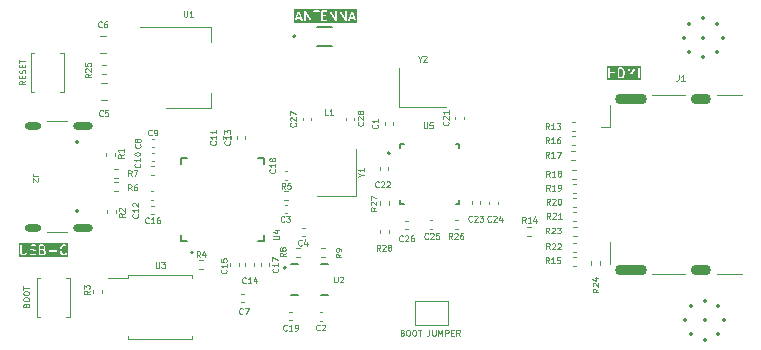
<source format=gbr>
%TF.GenerationSoftware,KiCad,Pcbnew,7.0.8*%
%TF.CreationDate,2024-04-11T13:26:54+03:00*%
%TF.ProjectId,rp2040DVI,72703230-3430-4445-9649-2e6b69636164,rev?*%
%TF.SameCoordinates,Original*%
%TF.FileFunction,Legend,Top*%
%TF.FilePolarity,Positive*%
%FSLAX46Y46*%
G04 Gerber Fmt 4.6, Leading zero omitted, Abs format (unit mm)*
G04 Created by KiCad (PCBNEW 7.0.8) date 2024-04-11 13:26:54*
%MOMM*%
%LPD*%
G01*
G04 APERTURE LIST*
%ADD10C,0.120000*%
%ADD11C,0.100000*%
%ADD12C,0.127000*%
%ADD13C,0.200000*%
%ADD14C,0.150000*%
%ADD15C,0.149999*%
%ADD16C,0.350000*%
%ADD17O,2.700000X0.900000*%
%ADD18O,1.700000X0.900000*%
%ADD19O,1.700000X0.600000*%
%ADD20O,1.400000X0.600000*%
G04 APERTURE END LIST*
D10*
G36*
X153093963Y-97611343D02*
G01*
X153115159Y-97632540D01*
X153142566Y-97687353D01*
X153142566Y-97773309D01*
X153115159Y-97828121D01*
X153090833Y-97852448D01*
X153036020Y-97879855D01*
X152805423Y-97879855D01*
X152805423Y-97580807D01*
X153002352Y-97580807D01*
X153093963Y-97611343D01*
G37*
G36*
X153052739Y-97227262D02*
G01*
X153077062Y-97251585D01*
X153104470Y-97306400D01*
X153104470Y-97354261D01*
X153077062Y-97409076D01*
X153052739Y-97433399D01*
X152997924Y-97460807D01*
X152805423Y-97460807D01*
X152805423Y-97199855D01*
X152997924Y-97199855D01*
X153052739Y-97227262D01*
G37*
G36*
X155167328Y-98114141D02*
G01*
X150971137Y-98114141D01*
X150971137Y-97787474D01*
X151085423Y-97787474D01*
X151090767Y-97800376D01*
X151091757Y-97814307D01*
X151129852Y-97890497D01*
X151137312Y-97896967D01*
X151141091Y-97906090D01*
X151179186Y-97944186D01*
X151188309Y-97947964D01*
X151194780Y-97955426D01*
X151270972Y-97993521D01*
X151284901Y-97994510D01*
X151297804Y-97999855D01*
X151450185Y-97999855D01*
X151463087Y-97994510D01*
X151477018Y-97993521D01*
X151553208Y-97955426D01*
X151559678Y-97947965D01*
X151568802Y-97944186D01*
X151606897Y-97906090D01*
X151610675Y-97896966D01*
X151618135Y-97890497D01*
X151656231Y-97814308D01*
X151657220Y-97800377D01*
X151662566Y-97787474D01*
X151662566Y-97368426D01*
X151885422Y-97368426D01*
X151890766Y-97381329D01*
X151891757Y-97395259D01*
X151929852Y-97471450D01*
X151937313Y-97477920D01*
X151941092Y-97487043D01*
X151979186Y-97525138D01*
X151988309Y-97528916D01*
X151994780Y-97536378D01*
X152070970Y-97574473D01*
X152077771Y-97574956D01*
X152083251Y-97579016D01*
X152229245Y-97615514D01*
X152290833Y-97646308D01*
X152315157Y-97670633D01*
X152342565Y-97725448D01*
X152342565Y-97773309D01*
X152315157Y-97828123D01*
X152290832Y-97852448D01*
X152236019Y-97879855D01*
X152069445Y-97879855D01*
X151964396Y-97844839D01*
X151918589Y-97848095D01*
X151888501Y-97882786D01*
X151891757Y-97928593D01*
X151926448Y-97958681D01*
X152040735Y-97996776D01*
X152050584Y-97996075D01*
X152059708Y-97999855D01*
X152250184Y-97999855D01*
X152263086Y-97994510D01*
X152277017Y-97993521D01*
X152353208Y-97955426D01*
X152359678Y-97947964D01*
X152368802Y-97944186D01*
X152373133Y-97939855D01*
X152685423Y-97939855D01*
X152702997Y-97982281D01*
X152745423Y-97999855D01*
X153050185Y-97999855D01*
X153063087Y-97994510D01*
X153077018Y-97993521D01*
X153153208Y-97955426D01*
X153159678Y-97947965D01*
X153168802Y-97944186D01*
X153206897Y-97906090D01*
X153210675Y-97896966D01*
X153218135Y-97890497D01*
X153256231Y-97814308D01*
X153257220Y-97800377D01*
X153262566Y-97787474D01*
X153262566Y-97673188D01*
X153257220Y-97660284D01*
X153256231Y-97646354D01*
X153250600Y-97635093D01*
X153485423Y-97635093D01*
X153502997Y-97677519D01*
X153545423Y-97695093D01*
X154154947Y-97695093D01*
X154197373Y-97677519D01*
X154214947Y-97635093D01*
X154199167Y-97596998D01*
X154437803Y-97596998D01*
X154440714Y-97604026D01*
X154439595Y-97611550D01*
X154477691Y-97763931D01*
X154481749Y-97769408D01*
X154482233Y-97776212D01*
X154520328Y-97852402D01*
X154527788Y-97858871D01*
X154531567Y-97867995D01*
X154607758Y-97944186D01*
X154620658Y-97949529D01*
X154631210Y-97958681D01*
X154745497Y-97996776D01*
X154755346Y-97996075D01*
X154764470Y-97999855D01*
X154840661Y-97999855D01*
X154849784Y-97996075D01*
X154859635Y-97996776D01*
X154973920Y-97958681D01*
X154984471Y-97949529D01*
X154997372Y-97944186D01*
X155035468Y-97906090D01*
X155053042Y-97863664D01*
X155035468Y-97821238D01*
X154993042Y-97803664D01*
X154950616Y-97821238D01*
X154922536Y-97849317D01*
X154830924Y-97879855D01*
X154774207Y-97879855D01*
X154682595Y-97849318D01*
X154623306Y-97790028D01*
X154592510Y-97728436D01*
X154557803Y-97589613D01*
X154557803Y-97490096D01*
X154592510Y-97351272D01*
X154623306Y-97289679D01*
X154682593Y-97230392D01*
X154774207Y-97199855D01*
X154830924Y-97199855D01*
X154922535Y-97230392D01*
X154950616Y-97258472D01*
X154993043Y-97276044D01*
X155035469Y-97258471D01*
X155053041Y-97216044D01*
X155035468Y-97173618D01*
X154997372Y-97135523D01*
X154984470Y-97130179D01*
X154973920Y-97121029D01*
X154859635Y-97082934D01*
X154849784Y-97083634D01*
X154840661Y-97079855D01*
X154764470Y-97079855D01*
X154755346Y-97083634D01*
X154745497Y-97082934D01*
X154631210Y-97121029D01*
X154620658Y-97130180D01*
X154607758Y-97135524D01*
X154531568Y-97211714D01*
X154527789Y-97220835D01*
X154520328Y-97227307D01*
X154482233Y-97303498D01*
X154481749Y-97310301D01*
X154477691Y-97315779D01*
X154439595Y-97468160D01*
X154440714Y-97475683D01*
X154437803Y-97482712D01*
X154437803Y-97596998D01*
X154199167Y-97596998D01*
X154197373Y-97592667D01*
X154154947Y-97575093D01*
X153545423Y-97575093D01*
X153502997Y-97592667D01*
X153485423Y-97635093D01*
X153250600Y-97635093D01*
X153218135Y-97570165D01*
X153210675Y-97563695D01*
X153206897Y-97554572D01*
X153168802Y-97516476D01*
X153155899Y-97511131D01*
X153149908Y-97505935D01*
X153168801Y-97487044D01*
X153172579Y-97477920D01*
X153180041Y-97471450D01*
X153218136Y-97395258D01*
X153219125Y-97381328D01*
X153224470Y-97368426D01*
X153224470Y-97292236D01*
X153219125Y-97279333D01*
X153218136Y-97265404D01*
X153180041Y-97189212D01*
X153172579Y-97182741D01*
X153168801Y-97173618D01*
X153130706Y-97135524D01*
X153121584Y-97131745D01*
X153115113Y-97124284D01*
X153038922Y-97086189D01*
X153024991Y-97085199D01*
X153012089Y-97079855D01*
X152745423Y-97079855D01*
X152702997Y-97097429D01*
X152685423Y-97139855D01*
X152685423Y-97939855D01*
X152373133Y-97939855D01*
X152406897Y-97906090D01*
X152410675Y-97896967D01*
X152418136Y-97890497D01*
X152456231Y-97814307D01*
X152457220Y-97800376D01*
X152462565Y-97787474D01*
X152462565Y-97711283D01*
X152457220Y-97698380D01*
X152456231Y-97684450D01*
X152418136Y-97608260D01*
X152410674Y-97601789D01*
X152406896Y-97592666D01*
X152368801Y-97554572D01*
X152359678Y-97550793D01*
X152353208Y-97543332D01*
X152277017Y-97505237D01*
X152270214Y-97504753D01*
X152264736Y-97500694D01*
X152118745Y-97464195D01*
X152057153Y-97433399D01*
X152032828Y-97409075D01*
X152005422Y-97354262D01*
X152005422Y-97306399D01*
X152032828Y-97251586D01*
X152057153Y-97227262D01*
X152111968Y-97199855D01*
X152278543Y-97199855D01*
X152383591Y-97234871D01*
X152429398Y-97231615D01*
X152459486Y-97196924D01*
X152456230Y-97151117D01*
X152421539Y-97121029D01*
X152307254Y-97082934D01*
X152297403Y-97083634D01*
X152288280Y-97079855D01*
X152097803Y-97079855D01*
X152084900Y-97085199D01*
X152070970Y-97086189D01*
X151994780Y-97124284D01*
X151988309Y-97131745D01*
X151979186Y-97135524D01*
X151941092Y-97173619D01*
X151937313Y-97182741D01*
X151929852Y-97189212D01*
X151891757Y-97265403D01*
X151890766Y-97279332D01*
X151885422Y-97292236D01*
X151885422Y-97368426D01*
X151662566Y-97368426D01*
X151662566Y-97139855D01*
X151644992Y-97097429D01*
X151602566Y-97079855D01*
X151560140Y-97097429D01*
X151542566Y-97139855D01*
X151542566Y-97773309D01*
X151515159Y-97828121D01*
X151490833Y-97852448D01*
X151436020Y-97879855D01*
X151311969Y-97879855D01*
X151257154Y-97852448D01*
X151232830Y-97828123D01*
X151205423Y-97773309D01*
X151205423Y-97139855D01*
X151187849Y-97097429D01*
X151145423Y-97079855D01*
X151102997Y-97097429D01*
X151085423Y-97139855D01*
X151085423Y-97787474D01*
X150971137Y-97787474D01*
X150971137Y-96965569D01*
X155167328Y-96965569D01*
X155167328Y-98114141D01*
G37*
G36*
X202039870Y-82244392D02*
G01*
X202099156Y-82303678D01*
X202129955Y-82365276D01*
X202164661Y-82504096D01*
X202164661Y-82603613D01*
X202129955Y-82742432D01*
X202099157Y-82804030D01*
X202039868Y-82863318D01*
X201948257Y-82893855D01*
X201827518Y-82893855D01*
X201827518Y-82213855D01*
X201948257Y-82213855D01*
X202039870Y-82244392D01*
G37*
G36*
X203656090Y-83128141D02*
G01*
X200755137Y-83128141D01*
X200755137Y-82953855D01*
X200869423Y-82953855D01*
X200886997Y-82996281D01*
X200929423Y-83013855D01*
X200971849Y-82996281D01*
X200989423Y-82953855D01*
X200989423Y-82594807D01*
X201326566Y-82594807D01*
X201326566Y-82953855D01*
X201344140Y-82996281D01*
X201386566Y-83013855D01*
X201428992Y-82996281D01*
X201446566Y-82953855D01*
X201707518Y-82953855D01*
X201725092Y-82996281D01*
X201767518Y-83013855D01*
X201957994Y-83013855D01*
X201967117Y-83010075D01*
X201976968Y-83010776D01*
X202091254Y-82972681D01*
X202101805Y-82963529D01*
X202114707Y-82958186D01*
X202119038Y-82953855D01*
X202507518Y-82953855D01*
X202525092Y-82996281D01*
X202567518Y-83013855D01*
X202609944Y-82996281D01*
X202627518Y-82953855D01*
X202627518Y-82424309D01*
X202779813Y-82750656D01*
X202794949Y-82764517D01*
X202808811Y-82779654D01*
X202811613Y-82779777D01*
X202813680Y-82781670D01*
X202834184Y-82780768D01*
X202854688Y-82781670D01*
X202856754Y-82779777D01*
X202859557Y-82779654D01*
X202873420Y-82764515D01*
X202888555Y-82750656D01*
X203040851Y-82424308D01*
X203040851Y-82953855D01*
X203058425Y-82996281D01*
X203100851Y-83013855D01*
X203143277Y-82996281D01*
X203160851Y-82953855D01*
X203421804Y-82953855D01*
X203439378Y-82996281D01*
X203481804Y-83013855D01*
X203524230Y-82996281D01*
X203541804Y-82953855D01*
X203541804Y-82153855D01*
X203524230Y-82111429D01*
X203481804Y-82093855D01*
X203439378Y-82111429D01*
X203421804Y-82153855D01*
X203421804Y-82953855D01*
X203160851Y-82953855D01*
X203160851Y-82153855D01*
X203156769Y-82144002D01*
X203157238Y-82133351D01*
X203148326Y-82123620D01*
X203143277Y-82111429D01*
X203133425Y-82107348D01*
X203126224Y-82099484D01*
X203113041Y-82098904D01*
X203100851Y-82093855D01*
X203090998Y-82097936D01*
X203080347Y-82097468D01*
X203070616Y-82106379D01*
X203058425Y-82111429D01*
X203054344Y-82121280D01*
X203046480Y-82128482D01*
X202834184Y-82583400D01*
X202621889Y-82128482D01*
X202614024Y-82121280D01*
X202609944Y-82111429D01*
X202597752Y-82106379D01*
X202588022Y-82097468D01*
X202577370Y-82097936D01*
X202567518Y-82093855D01*
X202555327Y-82098904D01*
X202542145Y-82099484D01*
X202534943Y-82107348D01*
X202525092Y-82111429D01*
X202520042Y-82123620D01*
X202511131Y-82133351D01*
X202511599Y-82144002D01*
X202507518Y-82153855D01*
X202507518Y-82953855D01*
X202119038Y-82953855D01*
X202190897Y-82881995D01*
X202194675Y-82872871D01*
X202202136Y-82866402D01*
X202240231Y-82790212D01*
X202240714Y-82783408D01*
X202244773Y-82777931D01*
X202282870Y-82625550D01*
X202281750Y-82618025D01*
X202284661Y-82610998D01*
X202284661Y-82496712D01*
X202281750Y-82489684D01*
X202282870Y-82482160D01*
X202244773Y-82329779D01*
X202240714Y-82324301D01*
X202240231Y-82317499D01*
X202202136Y-82241307D01*
X202194674Y-82234835D01*
X202190896Y-82225714D01*
X202114706Y-82149524D01*
X202101805Y-82144180D01*
X202091254Y-82135029D01*
X201976968Y-82096934D01*
X201967117Y-82097634D01*
X201957994Y-82093855D01*
X201767518Y-82093855D01*
X201725092Y-82111429D01*
X201707518Y-82153855D01*
X201707518Y-82953855D01*
X201446566Y-82953855D01*
X201446566Y-82153855D01*
X201428992Y-82111429D01*
X201386566Y-82093855D01*
X201344140Y-82111429D01*
X201326566Y-82153855D01*
X201326566Y-82474807D01*
X200989423Y-82474807D01*
X200989423Y-82153855D01*
X200971849Y-82111429D01*
X200929423Y-82093855D01*
X200886997Y-82111429D01*
X200869423Y-82153855D01*
X200869423Y-82953855D01*
X200755137Y-82953855D01*
X200755137Y-81979569D01*
X203656090Y-81979569D01*
X203656090Y-83128141D01*
G37*
G36*
X174773034Y-77839283D02*
G01*
X174558573Y-77839283D01*
X174665803Y-77517592D01*
X174773034Y-77839283D01*
G37*
G36*
X179306367Y-77839283D02*
G01*
X179091906Y-77839283D01*
X179199136Y-77517592D01*
X179306367Y-77839283D01*
G37*
G36*
X179637010Y-78302141D02*
G01*
X174227930Y-78302141D01*
X174227930Y-78108881D01*
X174342216Y-78108881D01*
X174345472Y-78154688D01*
X174380163Y-78184776D01*
X174425970Y-78181520D01*
X174456058Y-78146829D01*
X174518573Y-77959283D01*
X174813034Y-77959283D01*
X174875549Y-78146829D01*
X174905637Y-78181520D01*
X174951444Y-78184776D01*
X174986135Y-78154688D01*
X174988042Y-78127855D01*
X175139137Y-78127855D01*
X175156711Y-78170281D01*
X175199137Y-78187855D01*
X175241563Y-78170281D01*
X175259137Y-78127855D01*
X175259137Y-77553789D01*
X175604185Y-78157623D01*
X175610700Y-78162668D01*
X175613854Y-78170281D01*
X175628208Y-78176227D01*
X175640493Y-78185740D01*
X175648666Y-78184701D01*
X175656280Y-78187855D01*
X175670634Y-78181909D01*
X175686048Y-78179950D01*
X175691093Y-78173434D01*
X175698706Y-78170281D01*
X175704652Y-78155926D01*
X175714165Y-78143642D01*
X175713126Y-78135468D01*
X175716280Y-78127855D01*
X175716280Y-77327855D01*
X175862946Y-77327855D01*
X175880520Y-77370281D01*
X175922946Y-77387855D01*
X176091517Y-77387855D01*
X176091517Y-78127855D01*
X176109091Y-78170281D01*
X176151517Y-78187855D01*
X176193943Y-78170281D01*
X176211517Y-78127855D01*
X176586756Y-78127855D01*
X176604330Y-78170281D01*
X176646756Y-78187855D01*
X177027708Y-78187855D01*
X177070134Y-78170281D01*
X177087708Y-78127855D01*
X177310566Y-78127855D01*
X177328140Y-78170281D01*
X177370566Y-78187855D01*
X177412992Y-78170281D01*
X177430566Y-78127855D01*
X177430566Y-77553789D01*
X177775614Y-78157623D01*
X177782129Y-78162668D01*
X177785283Y-78170281D01*
X177799637Y-78176227D01*
X177811922Y-78185740D01*
X177820095Y-78184701D01*
X177827709Y-78187855D01*
X177842063Y-78181909D01*
X177857477Y-78179950D01*
X177862522Y-78173434D01*
X177870135Y-78170281D01*
X177876081Y-78155926D01*
X177885594Y-78143642D01*
X177884555Y-78135468D01*
X177887709Y-78127855D01*
X178148661Y-78127855D01*
X178166235Y-78170281D01*
X178208661Y-78187855D01*
X178251087Y-78170281D01*
X178268661Y-78127855D01*
X178268661Y-77553789D01*
X178613709Y-78157623D01*
X178620224Y-78162668D01*
X178623378Y-78170281D01*
X178637732Y-78176227D01*
X178650017Y-78185740D01*
X178658190Y-78184701D01*
X178665804Y-78187855D01*
X178680158Y-78181909D01*
X178695572Y-78179950D01*
X178700617Y-78173434D01*
X178708230Y-78170281D01*
X178714176Y-78155926D01*
X178723689Y-78143642D01*
X178722650Y-78135468D01*
X178725804Y-78127855D01*
X178725804Y-78108881D01*
X178875549Y-78108881D01*
X178878805Y-78154688D01*
X178913496Y-78184776D01*
X178959303Y-78181520D01*
X178989391Y-78146829D01*
X179051906Y-77959283D01*
X179346367Y-77959283D01*
X179408882Y-78146829D01*
X179438970Y-78181520D01*
X179484777Y-78184776D01*
X179519468Y-78154688D01*
X179522724Y-78108882D01*
X179256058Y-77308881D01*
X179253119Y-77305493D01*
X179252802Y-77301023D01*
X179238434Y-77288561D01*
X179225970Y-77274190D01*
X179221498Y-77273872D01*
X179218111Y-77270934D01*
X179199137Y-77272282D01*
X179180163Y-77270934D01*
X179176775Y-77273872D01*
X179172304Y-77274190D01*
X179159841Y-77288559D01*
X179145472Y-77301022D01*
X179145154Y-77305493D01*
X179142216Y-77308881D01*
X178875549Y-78108881D01*
X178725804Y-78108881D01*
X178725804Y-77327855D01*
X178708230Y-77285429D01*
X178665804Y-77267855D01*
X178623378Y-77285429D01*
X178605804Y-77327855D01*
X178605804Y-77901920D01*
X178260756Y-77298087D01*
X178254240Y-77293041D01*
X178251087Y-77285429D01*
X178236732Y-77279482D01*
X178224448Y-77269970D01*
X178216274Y-77271008D01*
X178208661Y-77267855D01*
X178194306Y-77273800D01*
X178178893Y-77275760D01*
X178173847Y-77282275D01*
X178166235Y-77285429D01*
X178160288Y-77299783D01*
X178150776Y-77312068D01*
X178151814Y-77320241D01*
X178148661Y-77327855D01*
X178148661Y-78127855D01*
X177887709Y-78127855D01*
X177887709Y-77327855D01*
X177870135Y-77285429D01*
X177827709Y-77267855D01*
X177785283Y-77285429D01*
X177767709Y-77327855D01*
X177767709Y-77901920D01*
X177422661Y-77298087D01*
X177416145Y-77293041D01*
X177412992Y-77285429D01*
X177398637Y-77279482D01*
X177386353Y-77269970D01*
X177378179Y-77271008D01*
X177370566Y-77267855D01*
X177356211Y-77273800D01*
X177340798Y-77275760D01*
X177335752Y-77282275D01*
X177328140Y-77285429D01*
X177322193Y-77299783D01*
X177312681Y-77312068D01*
X177313719Y-77320241D01*
X177310566Y-77327855D01*
X177310566Y-78127855D01*
X177087708Y-78127855D01*
X177070134Y-78085429D01*
X177027708Y-78067855D01*
X176706756Y-78067855D01*
X176706756Y-77768807D01*
X176913422Y-77768807D01*
X176955848Y-77751233D01*
X176973422Y-77708807D01*
X176955848Y-77666381D01*
X176913422Y-77648807D01*
X176706756Y-77648807D01*
X176706756Y-77387855D01*
X177027708Y-77387855D01*
X177070134Y-77370281D01*
X177087708Y-77327855D01*
X177070134Y-77285429D01*
X177027708Y-77267855D01*
X176646756Y-77267855D01*
X176604330Y-77285429D01*
X176586756Y-77327855D01*
X176586756Y-78127855D01*
X176211517Y-78127855D01*
X176211517Y-77387855D01*
X176380089Y-77387855D01*
X176422515Y-77370281D01*
X176440089Y-77327855D01*
X176422515Y-77285429D01*
X176380089Y-77267855D01*
X175922946Y-77267855D01*
X175880520Y-77285429D01*
X175862946Y-77327855D01*
X175716280Y-77327855D01*
X175698706Y-77285429D01*
X175656280Y-77267855D01*
X175613854Y-77285429D01*
X175596280Y-77327855D01*
X175596280Y-77901920D01*
X175251232Y-77298087D01*
X175244716Y-77293041D01*
X175241563Y-77285429D01*
X175227208Y-77279482D01*
X175214924Y-77269970D01*
X175206750Y-77271008D01*
X175199137Y-77267855D01*
X175184782Y-77273800D01*
X175169369Y-77275760D01*
X175164323Y-77282275D01*
X175156711Y-77285429D01*
X175150764Y-77299783D01*
X175141252Y-77312068D01*
X175142290Y-77320241D01*
X175139137Y-77327855D01*
X175139137Y-78127855D01*
X174988042Y-78127855D01*
X174989391Y-78108882D01*
X174722725Y-77308881D01*
X174719786Y-77305493D01*
X174719469Y-77301023D01*
X174705101Y-77288561D01*
X174692637Y-77274190D01*
X174688165Y-77273872D01*
X174684778Y-77270934D01*
X174665804Y-77272282D01*
X174646830Y-77270934D01*
X174643442Y-77273872D01*
X174638971Y-77274190D01*
X174626508Y-77288559D01*
X174612139Y-77301022D01*
X174611821Y-77305493D01*
X174608883Y-77308881D01*
X174342216Y-78108881D01*
X174227930Y-78108881D01*
X174227930Y-77153569D01*
X179637010Y-77153569D01*
X179637010Y-78302141D01*
G37*
D11*
X180098490Y-86721428D02*
X180122300Y-86745237D01*
X180122300Y-86745237D02*
X180146109Y-86816666D01*
X180146109Y-86816666D02*
X180146109Y-86864285D01*
X180146109Y-86864285D02*
X180122300Y-86935713D01*
X180122300Y-86935713D02*
X180074680Y-86983332D01*
X180074680Y-86983332D02*
X180027061Y-87007142D01*
X180027061Y-87007142D02*
X179931823Y-87030951D01*
X179931823Y-87030951D02*
X179860395Y-87030951D01*
X179860395Y-87030951D02*
X179765157Y-87007142D01*
X179765157Y-87007142D02*
X179717538Y-86983332D01*
X179717538Y-86983332D02*
X179669919Y-86935713D01*
X179669919Y-86935713D02*
X179646109Y-86864285D01*
X179646109Y-86864285D02*
X179646109Y-86816666D01*
X179646109Y-86816666D02*
X179669919Y-86745237D01*
X179669919Y-86745237D02*
X179693728Y-86721428D01*
X179693728Y-86530951D02*
X179669919Y-86507142D01*
X179669919Y-86507142D02*
X179646109Y-86459523D01*
X179646109Y-86459523D02*
X179646109Y-86340475D01*
X179646109Y-86340475D02*
X179669919Y-86292856D01*
X179669919Y-86292856D02*
X179693728Y-86269047D01*
X179693728Y-86269047D02*
X179741347Y-86245237D01*
X179741347Y-86245237D02*
X179788966Y-86245237D01*
X179788966Y-86245237D02*
X179860395Y-86269047D01*
X179860395Y-86269047D02*
X180146109Y-86554761D01*
X180146109Y-86554761D02*
X180146109Y-86245237D01*
X179860395Y-85959523D02*
X179836585Y-86007142D01*
X179836585Y-86007142D02*
X179812776Y-86030952D01*
X179812776Y-86030952D02*
X179765157Y-86054761D01*
X179765157Y-86054761D02*
X179741347Y-86054761D01*
X179741347Y-86054761D02*
X179693728Y-86030952D01*
X179693728Y-86030952D02*
X179669919Y-86007142D01*
X179669919Y-86007142D02*
X179646109Y-85959523D01*
X179646109Y-85959523D02*
X179646109Y-85864285D01*
X179646109Y-85864285D02*
X179669919Y-85816666D01*
X179669919Y-85816666D02*
X179693728Y-85792857D01*
X179693728Y-85792857D02*
X179741347Y-85769047D01*
X179741347Y-85769047D02*
X179765157Y-85769047D01*
X179765157Y-85769047D02*
X179812776Y-85792857D01*
X179812776Y-85792857D02*
X179836585Y-85816666D01*
X179836585Y-85816666D02*
X179860395Y-85864285D01*
X179860395Y-85864285D02*
X179860395Y-85959523D01*
X179860395Y-85959523D02*
X179884204Y-86007142D01*
X179884204Y-86007142D02*
X179908014Y-86030952D01*
X179908014Y-86030952D02*
X179955633Y-86054761D01*
X179955633Y-86054761D02*
X180050871Y-86054761D01*
X180050871Y-86054761D02*
X180098490Y-86030952D01*
X180098490Y-86030952D02*
X180122300Y-86007142D01*
X180122300Y-86007142D02*
X180146109Y-85959523D01*
X180146109Y-85959523D02*
X180146109Y-85864285D01*
X180146109Y-85864285D02*
X180122300Y-85816666D01*
X180122300Y-85816666D02*
X180098490Y-85792857D01*
X180098490Y-85792857D02*
X180050871Y-85769047D01*
X180050871Y-85769047D02*
X179955633Y-85769047D01*
X179955633Y-85769047D02*
X179908014Y-85792857D01*
X179908014Y-85792857D02*
X179884204Y-85816666D01*
X179884204Y-85816666D02*
X179860395Y-85864285D01*
X195928571Y-92528109D02*
X195761905Y-92290014D01*
X195642857Y-92528109D02*
X195642857Y-92028109D01*
X195642857Y-92028109D02*
X195833333Y-92028109D01*
X195833333Y-92028109D02*
X195880952Y-92051919D01*
X195880952Y-92051919D02*
X195904762Y-92075728D01*
X195904762Y-92075728D02*
X195928571Y-92123347D01*
X195928571Y-92123347D02*
X195928571Y-92194776D01*
X195928571Y-92194776D02*
X195904762Y-92242395D01*
X195904762Y-92242395D02*
X195880952Y-92266204D01*
X195880952Y-92266204D02*
X195833333Y-92290014D01*
X195833333Y-92290014D02*
X195642857Y-92290014D01*
X196404762Y-92528109D02*
X196119048Y-92528109D01*
X196261905Y-92528109D02*
X196261905Y-92028109D01*
X196261905Y-92028109D02*
X196214286Y-92099538D01*
X196214286Y-92099538D02*
X196166667Y-92147157D01*
X196166667Y-92147157D02*
X196119048Y-92170966D01*
X196642857Y-92528109D02*
X196738095Y-92528109D01*
X196738095Y-92528109D02*
X196785714Y-92504300D01*
X196785714Y-92504300D02*
X196809523Y-92480490D01*
X196809523Y-92480490D02*
X196857142Y-92409061D01*
X196857142Y-92409061D02*
X196880952Y-92313823D01*
X196880952Y-92313823D02*
X196880952Y-92123347D01*
X196880952Y-92123347D02*
X196857142Y-92075728D01*
X196857142Y-92075728D02*
X196833333Y-92051919D01*
X196833333Y-92051919D02*
X196785714Y-92028109D01*
X196785714Y-92028109D02*
X196690476Y-92028109D01*
X196690476Y-92028109D02*
X196642857Y-92051919D01*
X196642857Y-92051919D02*
X196619047Y-92075728D01*
X196619047Y-92075728D02*
X196595238Y-92123347D01*
X196595238Y-92123347D02*
X196595238Y-92242395D01*
X196595238Y-92242395D02*
X196619047Y-92290014D01*
X196619047Y-92290014D02*
X196642857Y-92313823D01*
X196642857Y-92313823D02*
X196690476Y-92337633D01*
X196690476Y-92337633D02*
X196785714Y-92337633D01*
X196785714Y-92337633D02*
X196833333Y-92313823D01*
X196833333Y-92313823D02*
X196857142Y-92290014D01*
X196857142Y-92290014D02*
X196880952Y-92242395D01*
X181246109Y-93941428D02*
X181008014Y-94108094D01*
X181246109Y-94227142D02*
X180746109Y-94227142D01*
X180746109Y-94227142D02*
X180746109Y-94036666D01*
X180746109Y-94036666D02*
X180769919Y-93989047D01*
X180769919Y-93989047D02*
X180793728Y-93965237D01*
X180793728Y-93965237D02*
X180841347Y-93941428D01*
X180841347Y-93941428D02*
X180912776Y-93941428D01*
X180912776Y-93941428D02*
X180960395Y-93965237D01*
X180960395Y-93965237D02*
X180984204Y-93989047D01*
X180984204Y-93989047D02*
X181008014Y-94036666D01*
X181008014Y-94036666D02*
X181008014Y-94227142D01*
X180793728Y-93750951D02*
X180769919Y-93727142D01*
X180769919Y-93727142D02*
X180746109Y-93679523D01*
X180746109Y-93679523D02*
X180746109Y-93560475D01*
X180746109Y-93560475D02*
X180769919Y-93512856D01*
X180769919Y-93512856D02*
X180793728Y-93489047D01*
X180793728Y-93489047D02*
X180841347Y-93465237D01*
X180841347Y-93465237D02*
X180888966Y-93465237D01*
X180888966Y-93465237D02*
X180960395Y-93489047D01*
X180960395Y-93489047D02*
X181246109Y-93774761D01*
X181246109Y-93774761D02*
X181246109Y-93465237D01*
X180746109Y-93298571D02*
X180746109Y-92965238D01*
X180746109Y-92965238D02*
X181246109Y-93179523D01*
X161038490Y-94521428D02*
X161062300Y-94545237D01*
X161062300Y-94545237D02*
X161086109Y-94616666D01*
X161086109Y-94616666D02*
X161086109Y-94664285D01*
X161086109Y-94664285D02*
X161062300Y-94735713D01*
X161062300Y-94735713D02*
X161014680Y-94783332D01*
X161014680Y-94783332D02*
X160967061Y-94807142D01*
X160967061Y-94807142D02*
X160871823Y-94830951D01*
X160871823Y-94830951D02*
X160800395Y-94830951D01*
X160800395Y-94830951D02*
X160705157Y-94807142D01*
X160705157Y-94807142D02*
X160657538Y-94783332D01*
X160657538Y-94783332D02*
X160609919Y-94735713D01*
X160609919Y-94735713D02*
X160586109Y-94664285D01*
X160586109Y-94664285D02*
X160586109Y-94616666D01*
X160586109Y-94616666D02*
X160609919Y-94545237D01*
X160609919Y-94545237D02*
X160633728Y-94521428D01*
X161086109Y-94045237D02*
X161086109Y-94330951D01*
X161086109Y-94188094D02*
X160586109Y-94188094D01*
X160586109Y-94188094D02*
X160657538Y-94235713D01*
X160657538Y-94235713D02*
X160705157Y-94283332D01*
X160705157Y-94283332D02*
X160728966Y-94330951D01*
X160633728Y-93854761D02*
X160609919Y-93830952D01*
X160609919Y-93830952D02*
X160586109Y-93783333D01*
X160586109Y-93783333D02*
X160586109Y-93664285D01*
X160586109Y-93664285D02*
X160609919Y-93616666D01*
X160609919Y-93616666D02*
X160633728Y-93592857D01*
X160633728Y-93592857D02*
X160681347Y-93569047D01*
X160681347Y-93569047D02*
X160728966Y-93569047D01*
X160728966Y-93569047D02*
X160800395Y-93592857D01*
X160800395Y-93592857D02*
X161086109Y-93878571D01*
X161086109Y-93878571D02*
X161086109Y-93569047D01*
X162569047Y-98566109D02*
X162569047Y-98970871D01*
X162569047Y-98970871D02*
X162592857Y-99018490D01*
X162592857Y-99018490D02*
X162616666Y-99042300D01*
X162616666Y-99042300D02*
X162664285Y-99066109D01*
X162664285Y-99066109D02*
X162759523Y-99066109D01*
X162759523Y-99066109D02*
X162807142Y-99042300D01*
X162807142Y-99042300D02*
X162830952Y-99018490D01*
X162830952Y-99018490D02*
X162854761Y-98970871D01*
X162854761Y-98970871D02*
X162854761Y-98566109D01*
X163045238Y-98566109D02*
X163354762Y-98566109D01*
X163354762Y-98566109D02*
X163188095Y-98756585D01*
X163188095Y-98756585D02*
X163259524Y-98756585D01*
X163259524Y-98756585D02*
X163307143Y-98780395D01*
X163307143Y-98780395D02*
X163330952Y-98804204D01*
X163330952Y-98804204D02*
X163354762Y-98851823D01*
X163354762Y-98851823D02*
X163354762Y-98970871D01*
X163354762Y-98970871D02*
X163330952Y-99018490D01*
X163330952Y-99018490D02*
X163307143Y-99042300D01*
X163307143Y-99042300D02*
X163259524Y-99066109D01*
X163259524Y-99066109D02*
X163116667Y-99066109D01*
X163116667Y-99066109D02*
X163069048Y-99042300D01*
X163069048Y-99042300D02*
X163045238Y-99018490D01*
X173566109Y-97813333D02*
X173328014Y-97979999D01*
X173566109Y-98099047D02*
X173066109Y-98099047D01*
X173066109Y-98099047D02*
X173066109Y-97908571D01*
X173066109Y-97908571D02*
X173089919Y-97860952D01*
X173089919Y-97860952D02*
X173113728Y-97837142D01*
X173113728Y-97837142D02*
X173161347Y-97813333D01*
X173161347Y-97813333D02*
X173232776Y-97813333D01*
X173232776Y-97813333D02*
X173280395Y-97837142D01*
X173280395Y-97837142D02*
X173304204Y-97860952D01*
X173304204Y-97860952D02*
X173328014Y-97908571D01*
X173328014Y-97908571D02*
X173328014Y-98099047D01*
X173280395Y-97527618D02*
X173256585Y-97575237D01*
X173256585Y-97575237D02*
X173232776Y-97599047D01*
X173232776Y-97599047D02*
X173185157Y-97622856D01*
X173185157Y-97622856D02*
X173161347Y-97622856D01*
X173161347Y-97622856D02*
X173113728Y-97599047D01*
X173113728Y-97599047D02*
X173089919Y-97575237D01*
X173089919Y-97575237D02*
X173066109Y-97527618D01*
X173066109Y-97527618D02*
X173066109Y-97432380D01*
X173066109Y-97432380D02*
X173089919Y-97384761D01*
X173089919Y-97384761D02*
X173113728Y-97360952D01*
X173113728Y-97360952D02*
X173161347Y-97337142D01*
X173161347Y-97337142D02*
X173185157Y-97337142D01*
X173185157Y-97337142D02*
X173232776Y-97360952D01*
X173232776Y-97360952D02*
X173256585Y-97384761D01*
X173256585Y-97384761D02*
X173280395Y-97432380D01*
X173280395Y-97432380D02*
X173280395Y-97527618D01*
X173280395Y-97527618D02*
X173304204Y-97575237D01*
X173304204Y-97575237D02*
X173328014Y-97599047D01*
X173328014Y-97599047D02*
X173375633Y-97622856D01*
X173375633Y-97622856D02*
X173470871Y-97622856D01*
X173470871Y-97622856D02*
X173518490Y-97599047D01*
X173518490Y-97599047D02*
X173542300Y-97575237D01*
X173542300Y-97575237D02*
X173566109Y-97527618D01*
X173566109Y-97527618D02*
X173566109Y-97432380D01*
X173566109Y-97432380D02*
X173542300Y-97384761D01*
X173542300Y-97384761D02*
X173518490Y-97360952D01*
X173518490Y-97360952D02*
X173470871Y-97337142D01*
X173470871Y-97337142D02*
X173375633Y-97337142D01*
X173375633Y-97337142D02*
X173328014Y-97360952D01*
X173328014Y-97360952D02*
X173304204Y-97384761D01*
X173304204Y-97384761D02*
X173280395Y-97432380D01*
X195948571Y-93708109D02*
X195781905Y-93470014D01*
X195662857Y-93708109D02*
X195662857Y-93208109D01*
X195662857Y-93208109D02*
X195853333Y-93208109D01*
X195853333Y-93208109D02*
X195900952Y-93231919D01*
X195900952Y-93231919D02*
X195924762Y-93255728D01*
X195924762Y-93255728D02*
X195948571Y-93303347D01*
X195948571Y-93303347D02*
X195948571Y-93374776D01*
X195948571Y-93374776D02*
X195924762Y-93422395D01*
X195924762Y-93422395D02*
X195900952Y-93446204D01*
X195900952Y-93446204D02*
X195853333Y-93470014D01*
X195853333Y-93470014D02*
X195662857Y-93470014D01*
X196139048Y-93255728D02*
X196162857Y-93231919D01*
X196162857Y-93231919D02*
X196210476Y-93208109D01*
X196210476Y-93208109D02*
X196329524Y-93208109D01*
X196329524Y-93208109D02*
X196377143Y-93231919D01*
X196377143Y-93231919D02*
X196400952Y-93255728D01*
X196400952Y-93255728D02*
X196424762Y-93303347D01*
X196424762Y-93303347D02*
X196424762Y-93350966D01*
X196424762Y-93350966D02*
X196400952Y-93422395D01*
X196400952Y-93422395D02*
X196115238Y-93708109D01*
X196115238Y-93708109D02*
X196424762Y-93708109D01*
X196734285Y-93208109D02*
X196781904Y-93208109D01*
X196781904Y-93208109D02*
X196829523Y-93231919D01*
X196829523Y-93231919D02*
X196853333Y-93255728D01*
X196853333Y-93255728D02*
X196877142Y-93303347D01*
X196877142Y-93303347D02*
X196900952Y-93398585D01*
X196900952Y-93398585D02*
X196900952Y-93517633D01*
X196900952Y-93517633D02*
X196877142Y-93612871D01*
X196877142Y-93612871D02*
X196853333Y-93660490D01*
X196853333Y-93660490D02*
X196829523Y-93684300D01*
X196829523Y-93684300D02*
X196781904Y-93708109D01*
X196781904Y-93708109D02*
X196734285Y-93708109D01*
X196734285Y-93708109D02*
X196686666Y-93684300D01*
X196686666Y-93684300D02*
X196662857Y-93660490D01*
X196662857Y-93660490D02*
X196639047Y-93612871D01*
X196639047Y-93612871D02*
X196615238Y-93517633D01*
X196615238Y-93517633D02*
X196615238Y-93398585D01*
X196615238Y-93398585D02*
X196639047Y-93303347D01*
X196639047Y-93303347D02*
X196662857Y-93255728D01*
X196662857Y-93255728D02*
X196686666Y-93231919D01*
X196686666Y-93231919D02*
X196734285Y-93208109D01*
X166316666Y-98176109D02*
X166150000Y-97938014D01*
X166030952Y-98176109D02*
X166030952Y-97676109D01*
X166030952Y-97676109D02*
X166221428Y-97676109D01*
X166221428Y-97676109D02*
X166269047Y-97699919D01*
X166269047Y-97699919D02*
X166292857Y-97723728D01*
X166292857Y-97723728D02*
X166316666Y-97771347D01*
X166316666Y-97771347D02*
X166316666Y-97842776D01*
X166316666Y-97842776D02*
X166292857Y-97890395D01*
X166292857Y-97890395D02*
X166269047Y-97914204D01*
X166269047Y-97914204D02*
X166221428Y-97938014D01*
X166221428Y-97938014D02*
X166030952Y-97938014D01*
X166745238Y-97842776D02*
X166745238Y-98176109D01*
X166626190Y-97652300D02*
X166507143Y-98009442D01*
X166507143Y-98009442D02*
X166816666Y-98009442D01*
X160516666Y-92506109D02*
X160350000Y-92268014D01*
X160230952Y-92506109D02*
X160230952Y-92006109D01*
X160230952Y-92006109D02*
X160421428Y-92006109D01*
X160421428Y-92006109D02*
X160469047Y-92029919D01*
X160469047Y-92029919D02*
X160492857Y-92053728D01*
X160492857Y-92053728D02*
X160516666Y-92101347D01*
X160516666Y-92101347D02*
X160516666Y-92172776D01*
X160516666Y-92172776D02*
X160492857Y-92220395D01*
X160492857Y-92220395D02*
X160469047Y-92244204D01*
X160469047Y-92244204D02*
X160421428Y-92268014D01*
X160421428Y-92268014D02*
X160230952Y-92268014D01*
X160945238Y-92006109D02*
X160850000Y-92006109D01*
X160850000Y-92006109D02*
X160802381Y-92029919D01*
X160802381Y-92029919D02*
X160778571Y-92053728D01*
X160778571Y-92053728D02*
X160730952Y-92125157D01*
X160730952Y-92125157D02*
X160707143Y-92220395D01*
X160707143Y-92220395D02*
X160707143Y-92410871D01*
X160707143Y-92410871D02*
X160730952Y-92458490D01*
X160730952Y-92458490D02*
X160754762Y-92482300D01*
X160754762Y-92482300D02*
X160802381Y-92506109D01*
X160802381Y-92506109D02*
X160897619Y-92506109D01*
X160897619Y-92506109D02*
X160945238Y-92482300D01*
X160945238Y-92482300D02*
X160969047Y-92458490D01*
X160969047Y-92458490D02*
X160992857Y-92410871D01*
X160992857Y-92410871D02*
X160992857Y-92291823D01*
X160992857Y-92291823D02*
X160969047Y-92244204D01*
X160969047Y-92244204D02*
X160945238Y-92220395D01*
X160945238Y-92220395D02*
X160897619Y-92196585D01*
X160897619Y-92196585D02*
X160802381Y-92196585D01*
X160802381Y-92196585D02*
X160754762Y-92220395D01*
X160754762Y-92220395D02*
X160730952Y-92244204D01*
X160730952Y-92244204D02*
X160707143Y-92291823D01*
X181318490Y-86933333D02*
X181342300Y-86957142D01*
X181342300Y-86957142D02*
X181366109Y-87028571D01*
X181366109Y-87028571D02*
X181366109Y-87076190D01*
X181366109Y-87076190D02*
X181342300Y-87147618D01*
X181342300Y-87147618D02*
X181294680Y-87195237D01*
X181294680Y-87195237D02*
X181247061Y-87219047D01*
X181247061Y-87219047D02*
X181151823Y-87242856D01*
X181151823Y-87242856D02*
X181080395Y-87242856D01*
X181080395Y-87242856D02*
X180985157Y-87219047D01*
X180985157Y-87219047D02*
X180937538Y-87195237D01*
X180937538Y-87195237D02*
X180889919Y-87147618D01*
X180889919Y-87147618D02*
X180866109Y-87076190D01*
X180866109Y-87076190D02*
X180866109Y-87028571D01*
X180866109Y-87028571D02*
X180889919Y-86957142D01*
X180889919Y-86957142D02*
X180913728Y-86933333D01*
X181366109Y-86457142D02*
X181366109Y-86742856D01*
X181366109Y-86599999D02*
X180866109Y-86599999D01*
X180866109Y-86599999D02*
X180937538Y-86647618D01*
X180937538Y-86647618D02*
X180985157Y-86695237D01*
X180985157Y-86695237D02*
X181008966Y-86742856D01*
X193878571Y-95236109D02*
X193711905Y-94998014D01*
X193592857Y-95236109D02*
X193592857Y-94736109D01*
X193592857Y-94736109D02*
X193783333Y-94736109D01*
X193783333Y-94736109D02*
X193830952Y-94759919D01*
X193830952Y-94759919D02*
X193854762Y-94783728D01*
X193854762Y-94783728D02*
X193878571Y-94831347D01*
X193878571Y-94831347D02*
X193878571Y-94902776D01*
X193878571Y-94902776D02*
X193854762Y-94950395D01*
X193854762Y-94950395D02*
X193830952Y-94974204D01*
X193830952Y-94974204D02*
X193783333Y-94998014D01*
X193783333Y-94998014D02*
X193592857Y-94998014D01*
X194354762Y-95236109D02*
X194069048Y-95236109D01*
X194211905Y-95236109D02*
X194211905Y-94736109D01*
X194211905Y-94736109D02*
X194164286Y-94807538D01*
X194164286Y-94807538D02*
X194116667Y-94855157D01*
X194116667Y-94855157D02*
X194069048Y-94878966D01*
X194783333Y-94902776D02*
X194783333Y-95236109D01*
X194664285Y-94712300D02*
X194545238Y-95069442D01*
X194545238Y-95069442D02*
X194854761Y-95069442D01*
X167618490Y-88341428D02*
X167642300Y-88365237D01*
X167642300Y-88365237D02*
X167666109Y-88436666D01*
X167666109Y-88436666D02*
X167666109Y-88484285D01*
X167666109Y-88484285D02*
X167642300Y-88555713D01*
X167642300Y-88555713D02*
X167594680Y-88603332D01*
X167594680Y-88603332D02*
X167547061Y-88627142D01*
X167547061Y-88627142D02*
X167451823Y-88650951D01*
X167451823Y-88650951D02*
X167380395Y-88650951D01*
X167380395Y-88650951D02*
X167285157Y-88627142D01*
X167285157Y-88627142D02*
X167237538Y-88603332D01*
X167237538Y-88603332D02*
X167189919Y-88555713D01*
X167189919Y-88555713D02*
X167166109Y-88484285D01*
X167166109Y-88484285D02*
X167166109Y-88436666D01*
X167166109Y-88436666D02*
X167189919Y-88365237D01*
X167189919Y-88365237D02*
X167213728Y-88341428D01*
X167666109Y-87865237D02*
X167666109Y-88150951D01*
X167666109Y-88008094D02*
X167166109Y-88008094D01*
X167166109Y-88008094D02*
X167237538Y-88055713D01*
X167237538Y-88055713D02*
X167285157Y-88103332D01*
X167285157Y-88103332D02*
X167308966Y-88150951D01*
X167666109Y-87389047D02*
X167666109Y-87674761D01*
X167666109Y-87531904D02*
X167166109Y-87531904D01*
X167166109Y-87531904D02*
X167237538Y-87579523D01*
X167237538Y-87579523D02*
X167285157Y-87627142D01*
X167285157Y-87627142D02*
X167308966Y-87674761D01*
X195858571Y-89726109D02*
X195691905Y-89488014D01*
X195572857Y-89726109D02*
X195572857Y-89226109D01*
X195572857Y-89226109D02*
X195763333Y-89226109D01*
X195763333Y-89226109D02*
X195810952Y-89249919D01*
X195810952Y-89249919D02*
X195834762Y-89273728D01*
X195834762Y-89273728D02*
X195858571Y-89321347D01*
X195858571Y-89321347D02*
X195858571Y-89392776D01*
X195858571Y-89392776D02*
X195834762Y-89440395D01*
X195834762Y-89440395D02*
X195810952Y-89464204D01*
X195810952Y-89464204D02*
X195763333Y-89488014D01*
X195763333Y-89488014D02*
X195572857Y-89488014D01*
X196334762Y-89726109D02*
X196049048Y-89726109D01*
X196191905Y-89726109D02*
X196191905Y-89226109D01*
X196191905Y-89226109D02*
X196144286Y-89297538D01*
X196144286Y-89297538D02*
X196096667Y-89345157D01*
X196096667Y-89345157D02*
X196049048Y-89368966D01*
X196501428Y-89226109D02*
X196834761Y-89226109D01*
X196834761Y-89226109D02*
X196620476Y-89726109D01*
X179976014Y-91204094D02*
X180214109Y-91204094D01*
X179714109Y-91370760D02*
X179976014Y-91204094D01*
X179976014Y-91204094D02*
X179714109Y-91037427D01*
X180214109Y-90608856D02*
X180214109Y-90894570D01*
X180214109Y-90751713D02*
X179714109Y-90751713D01*
X179714109Y-90751713D02*
X179785538Y-90799332D01*
X179785538Y-90799332D02*
X179833157Y-90846951D01*
X179833157Y-90846951D02*
X179856966Y-90894570D01*
X195858571Y-98672109D02*
X195691905Y-98434014D01*
X195572857Y-98672109D02*
X195572857Y-98172109D01*
X195572857Y-98172109D02*
X195763333Y-98172109D01*
X195763333Y-98172109D02*
X195810952Y-98195919D01*
X195810952Y-98195919D02*
X195834762Y-98219728D01*
X195834762Y-98219728D02*
X195858571Y-98267347D01*
X195858571Y-98267347D02*
X195858571Y-98338776D01*
X195858571Y-98338776D02*
X195834762Y-98386395D01*
X195834762Y-98386395D02*
X195810952Y-98410204D01*
X195810952Y-98410204D02*
X195763333Y-98434014D01*
X195763333Y-98434014D02*
X195572857Y-98434014D01*
X196334762Y-98672109D02*
X196049048Y-98672109D01*
X196191905Y-98672109D02*
X196191905Y-98172109D01*
X196191905Y-98172109D02*
X196144286Y-98243538D01*
X196144286Y-98243538D02*
X196096667Y-98291157D01*
X196096667Y-98291157D02*
X196049048Y-98314966D01*
X196787142Y-98172109D02*
X196549047Y-98172109D01*
X196549047Y-98172109D02*
X196525238Y-98410204D01*
X196525238Y-98410204D02*
X196549047Y-98386395D01*
X196549047Y-98386395D02*
X196596666Y-98362585D01*
X196596666Y-98362585D02*
X196715714Y-98362585D01*
X196715714Y-98362585D02*
X196763333Y-98386395D01*
X196763333Y-98386395D02*
X196787142Y-98410204D01*
X196787142Y-98410204D02*
X196810952Y-98457823D01*
X196810952Y-98457823D02*
X196810952Y-98576871D01*
X196810952Y-98576871D02*
X196787142Y-98624490D01*
X196787142Y-98624490D02*
X196763333Y-98648300D01*
X196763333Y-98648300D02*
X196715714Y-98672109D01*
X196715714Y-98672109D02*
X196596666Y-98672109D01*
X196596666Y-98672109D02*
X196549047Y-98648300D01*
X196549047Y-98648300D02*
X196525238Y-98624490D01*
X172526109Y-96630952D02*
X172930871Y-96630952D01*
X172930871Y-96630952D02*
X172978490Y-96607142D01*
X172978490Y-96607142D02*
X173002300Y-96583333D01*
X173002300Y-96583333D02*
X173026109Y-96535714D01*
X173026109Y-96535714D02*
X173026109Y-96440476D01*
X173026109Y-96440476D02*
X173002300Y-96392857D01*
X173002300Y-96392857D02*
X172978490Y-96369047D01*
X172978490Y-96369047D02*
X172930871Y-96345238D01*
X172930871Y-96345238D02*
X172526109Y-96345238D01*
X172692776Y-95892856D02*
X173026109Y-95892856D01*
X172502300Y-96011904D02*
X172859442Y-96130951D01*
X172859442Y-96130951D02*
X172859442Y-95821428D01*
X151516109Y-83236190D02*
X151278014Y-83402856D01*
X151516109Y-83521904D02*
X151016109Y-83521904D01*
X151016109Y-83521904D02*
X151016109Y-83331428D01*
X151016109Y-83331428D02*
X151039919Y-83283809D01*
X151039919Y-83283809D02*
X151063728Y-83259999D01*
X151063728Y-83259999D02*
X151111347Y-83236190D01*
X151111347Y-83236190D02*
X151182776Y-83236190D01*
X151182776Y-83236190D02*
X151230395Y-83259999D01*
X151230395Y-83259999D02*
X151254204Y-83283809D01*
X151254204Y-83283809D02*
X151278014Y-83331428D01*
X151278014Y-83331428D02*
X151278014Y-83521904D01*
X151254204Y-83021904D02*
X151254204Y-82855237D01*
X151516109Y-82783809D02*
X151516109Y-83021904D01*
X151516109Y-83021904D02*
X151016109Y-83021904D01*
X151016109Y-83021904D02*
X151016109Y-82783809D01*
X151492300Y-82593332D02*
X151516109Y-82521904D01*
X151516109Y-82521904D02*
X151516109Y-82402856D01*
X151516109Y-82402856D02*
X151492300Y-82355237D01*
X151492300Y-82355237D02*
X151468490Y-82331428D01*
X151468490Y-82331428D02*
X151420871Y-82307618D01*
X151420871Y-82307618D02*
X151373252Y-82307618D01*
X151373252Y-82307618D02*
X151325633Y-82331428D01*
X151325633Y-82331428D02*
X151301823Y-82355237D01*
X151301823Y-82355237D02*
X151278014Y-82402856D01*
X151278014Y-82402856D02*
X151254204Y-82498094D01*
X151254204Y-82498094D02*
X151230395Y-82545713D01*
X151230395Y-82545713D02*
X151206585Y-82569523D01*
X151206585Y-82569523D02*
X151158966Y-82593332D01*
X151158966Y-82593332D02*
X151111347Y-82593332D01*
X151111347Y-82593332D02*
X151063728Y-82569523D01*
X151063728Y-82569523D02*
X151039919Y-82545713D01*
X151039919Y-82545713D02*
X151016109Y-82498094D01*
X151016109Y-82498094D02*
X151016109Y-82379047D01*
X151016109Y-82379047D02*
X151039919Y-82307618D01*
X151254204Y-82093333D02*
X151254204Y-81926666D01*
X151516109Y-81855238D02*
X151516109Y-82093333D01*
X151516109Y-82093333D02*
X151016109Y-82093333D01*
X151016109Y-82093333D02*
X151016109Y-81855238D01*
X151016109Y-81712380D02*
X151016109Y-81426666D01*
X151516109Y-81569523D02*
X151016109Y-81569523D01*
X164939047Y-77306109D02*
X164939047Y-77710871D01*
X164939047Y-77710871D02*
X164962857Y-77758490D01*
X164962857Y-77758490D02*
X164986666Y-77782300D01*
X164986666Y-77782300D02*
X165034285Y-77806109D01*
X165034285Y-77806109D02*
X165129523Y-77806109D01*
X165129523Y-77806109D02*
X165177142Y-77782300D01*
X165177142Y-77782300D02*
X165200952Y-77758490D01*
X165200952Y-77758490D02*
X165224761Y-77710871D01*
X165224761Y-77710871D02*
X165224761Y-77306109D01*
X165724762Y-77806109D02*
X165439048Y-77806109D01*
X165581905Y-77806109D02*
X165581905Y-77306109D01*
X165581905Y-77306109D02*
X165534286Y-77377538D01*
X165534286Y-77377538D02*
X165486667Y-77425157D01*
X165486667Y-77425157D02*
X165439048Y-77448966D01*
X181558571Y-97616109D02*
X181391905Y-97378014D01*
X181272857Y-97616109D02*
X181272857Y-97116109D01*
X181272857Y-97116109D02*
X181463333Y-97116109D01*
X181463333Y-97116109D02*
X181510952Y-97139919D01*
X181510952Y-97139919D02*
X181534762Y-97163728D01*
X181534762Y-97163728D02*
X181558571Y-97211347D01*
X181558571Y-97211347D02*
X181558571Y-97282776D01*
X181558571Y-97282776D02*
X181534762Y-97330395D01*
X181534762Y-97330395D02*
X181510952Y-97354204D01*
X181510952Y-97354204D02*
X181463333Y-97378014D01*
X181463333Y-97378014D02*
X181272857Y-97378014D01*
X181749048Y-97163728D02*
X181772857Y-97139919D01*
X181772857Y-97139919D02*
X181820476Y-97116109D01*
X181820476Y-97116109D02*
X181939524Y-97116109D01*
X181939524Y-97116109D02*
X181987143Y-97139919D01*
X181987143Y-97139919D02*
X182010952Y-97163728D01*
X182010952Y-97163728D02*
X182034762Y-97211347D01*
X182034762Y-97211347D02*
X182034762Y-97258966D01*
X182034762Y-97258966D02*
X182010952Y-97330395D01*
X182010952Y-97330395D02*
X181725238Y-97616109D01*
X181725238Y-97616109D02*
X182034762Y-97616109D01*
X182320476Y-97330395D02*
X182272857Y-97306585D01*
X182272857Y-97306585D02*
X182249047Y-97282776D01*
X182249047Y-97282776D02*
X182225238Y-97235157D01*
X182225238Y-97235157D02*
X182225238Y-97211347D01*
X182225238Y-97211347D02*
X182249047Y-97163728D01*
X182249047Y-97163728D02*
X182272857Y-97139919D01*
X182272857Y-97139919D02*
X182320476Y-97116109D01*
X182320476Y-97116109D02*
X182415714Y-97116109D01*
X182415714Y-97116109D02*
X182463333Y-97139919D01*
X182463333Y-97139919D02*
X182487142Y-97163728D01*
X182487142Y-97163728D02*
X182510952Y-97211347D01*
X182510952Y-97211347D02*
X182510952Y-97235157D01*
X182510952Y-97235157D02*
X182487142Y-97282776D01*
X182487142Y-97282776D02*
X182463333Y-97306585D01*
X182463333Y-97306585D02*
X182415714Y-97330395D01*
X182415714Y-97330395D02*
X182320476Y-97330395D01*
X182320476Y-97330395D02*
X182272857Y-97354204D01*
X182272857Y-97354204D02*
X182249047Y-97378014D01*
X182249047Y-97378014D02*
X182225238Y-97425633D01*
X182225238Y-97425633D02*
X182225238Y-97520871D01*
X182225238Y-97520871D02*
X182249047Y-97568490D01*
X182249047Y-97568490D02*
X182272857Y-97592300D01*
X182272857Y-97592300D02*
X182320476Y-97616109D01*
X182320476Y-97616109D02*
X182415714Y-97616109D01*
X182415714Y-97616109D02*
X182463333Y-97592300D01*
X182463333Y-97592300D02*
X182487142Y-97568490D01*
X182487142Y-97568490D02*
X182510952Y-97520871D01*
X182510952Y-97520871D02*
X182510952Y-97425633D01*
X182510952Y-97425633D02*
X182487142Y-97378014D01*
X182487142Y-97378014D02*
X182463333Y-97354204D01*
X182463333Y-97354204D02*
X182415714Y-97330395D01*
X157986666Y-78648490D02*
X157962857Y-78672300D01*
X157962857Y-78672300D02*
X157891428Y-78696109D01*
X157891428Y-78696109D02*
X157843809Y-78696109D01*
X157843809Y-78696109D02*
X157772381Y-78672300D01*
X157772381Y-78672300D02*
X157724762Y-78624680D01*
X157724762Y-78624680D02*
X157700952Y-78577061D01*
X157700952Y-78577061D02*
X157677143Y-78481823D01*
X157677143Y-78481823D02*
X157677143Y-78410395D01*
X157677143Y-78410395D02*
X157700952Y-78315157D01*
X157700952Y-78315157D02*
X157724762Y-78267538D01*
X157724762Y-78267538D02*
X157772381Y-78219919D01*
X157772381Y-78219919D02*
X157843809Y-78196109D01*
X157843809Y-78196109D02*
X157891428Y-78196109D01*
X157891428Y-78196109D02*
X157962857Y-78219919D01*
X157962857Y-78219919D02*
X157986666Y-78243728D01*
X158415238Y-78196109D02*
X158320000Y-78196109D01*
X158320000Y-78196109D02*
X158272381Y-78219919D01*
X158272381Y-78219919D02*
X158248571Y-78243728D01*
X158248571Y-78243728D02*
X158200952Y-78315157D01*
X158200952Y-78315157D02*
X158177143Y-78410395D01*
X158177143Y-78410395D02*
X158177143Y-78600871D01*
X158177143Y-78600871D02*
X158200952Y-78648490D01*
X158200952Y-78648490D02*
X158224762Y-78672300D01*
X158224762Y-78672300D02*
X158272381Y-78696109D01*
X158272381Y-78696109D02*
X158367619Y-78696109D01*
X158367619Y-78696109D02*
X158415238Y-78672300D01*
X158415238Y-78672300D02*
X158439047Y-78648490D01*
X158439047Y-78648490D02*
X158462857Y-78600871D01*
X158462857Y-78600871D02*
X158462857Y-78481823D01*
X158462857Y-78481823D02*
X158439047Y-78434204D01*
X158439047Y-78434204D02*
X158415238Y-78410395D01*
X158415238Y-78410395D02*
X158367619Y-78386585D01*
X158367619Y-78386585D02*
X158272381Y-78386585D01*
X158272381Y-78386585D02*
X158224762Y-78410395D01*
X158224762Y-78410395D02*
X158200952Y-78434204D01*
X158200952Y-78434204D02*
X158177143Y-78481823D01*
X200046109Y-100831428D02*
X199808014Y-100998094D01*
X200046109Y-101117142D02*
X199546109Y-101117142D01*
X199546109Y-101117142D02*
X199546109Y-100926666D01*
X199546109Y-100926666D02*
X199569919Y-100879047D01*
X199569919Y-100879047D02*
X199593728Y-100855237D01*
X199593728Y-100855237D02*
X199641347Y-100831428D01*
X199641347Y-100831428D02*
X199712776Y-100831428D01*
X199712776Y-100831428D02*
X199760395Y-100855237D01*
X199760395Y-100855237D02*
X199784204Y-100879047D01*
X199784204Y-100879047D02*
X199808014Y-100926666D01*
X199808014Y-100926666D02*
X199808014Y-101117142D01*
X199593728Y-100640951D02*
X199569919Y-100617142D01*
X199569919Y-100617142D02*
X199546109Y-100569523D01*
X199546109Y-100569523D02*
X199546109Y-100450475D01*
X199546109Y-100450475D02*
X199569919Y-100402856D01*
X199569919Y-100402856D02*
X199593728Y-100379047D01*
X199593728Y-100379047D02*
X199641347Y-100355237D01*
X199641347Y-100355237D02*
X199688966Y-100355237D01*
X199688966Y-100355237D02*
X199760395Y-100379047D01*
X199760395Y-100379047D02*
X200046109Y-100664761D01*
X200046109Y-100664761D02*
X200046109Y-100355237D01*
X199712776Y-99926666D02*
X200046109Y-99926666D01*
X199522300Y-100045714D02*
X199879442Y-100164761D01*
X199879442Y-100164761D02*
X199879442Y-99855238D01*
X195968571Y-94908109D02*
X195801905Y-94670014D01*
X195682857Y-94908109D02*
X195682857Y-94408109D01*
X195682857Y-94408109D02*
X195873333Y-94408109D01*
X195873333Y-94408109D02*
X195920952Y-94431919D01*
X195920952Y-94431919D02*
X195944762Y-94455728D01*
X195944762Y-94455728D02*
X195968571Y-94503347D01*
X195968571Y-94503347D02*
X195968571Y-94574776D01*
X195968571Y-94574776D02*
X195944762Y-94622395D01*
X195944762Y-94622395D02*
X195920952Y-94646204D01*
X195920952Y-94646204D02*
X195873333Y-94670014D01*
X195873333Y-94670014D02*
X195682857Y-94670014D01*
X196159048Y-94455728D02*
X196182857Y-94431919D01*
X196182857Y-94431919D02*
X196230476Y-94408109D01*
X196230476Y-94408109D02*
X196349524Y-94408109D01*
X196349524Y-94408109D02*
X196397143Y-94431919D01*
X196397143Y-94431919D02*
X196420952Y-94455728D01*
X196420952Y-94455728D02*
X196444762Y-94503347D01*
X196444762Y-94503347D02*
X196444762Y-94550966D01*
X196444762Y-94550966D02*
X196420952Y-94622395D01*
X196420952Y-94622395D02*
X196135238Y-94908109D01*
X196135238Y-94908109D02*
X196444762Y-94908109D01*
X196920952Y-94908109D02*
X196635238Y-94908109D01*
X196778095Y-94908109D02*
X196778095Y-94408109D01*
X196778095Y-94408109D02*
X196730476Y-94479538D01*
X196730476Y-94479538D02*
X196682857Y-94527157D01*
X196682857Y-94527157D02*
X196635238Y-94550966D01*
X161968571Y-95248490D02*
X161944762Y-95272300D01*
X161944762Y-95272300D02*
X161873333Y-95296109D01*
X161873333Y-95296109D02*
X161825714Y-95296109D01*
X161825714Y-95296109D02*
X161754286Y-95272300D01*
X161754286Y-95272300D02*
X161706667Y-95224680D01*
X161706667Y-95224680D02*
X161682857Y-95177061D01*
X161682857Y-95177061D02*
X161659048Y-95081823D01*
X161659048Y-95081823D02*
X161659048Y-95010395D01*
X161659048Y-95010395D02*
X161682857Y-94915157D01*
X161682857Y-94915157D02*
X161706667Y-94867538D01*
X161706667Y-94867538D02*
X161754286Y-94819919D01*
X161754286Y-94819919D02*
X161825714Y-94796109D01*
X161825714Y-94796109D02*
X161873333Y-94796109D01*
X161873333Y-94796109D02*
X161944762Y-94819919D01*
X161944762Y-94819919D02*
X161968571Y-94843728D01*
X162444762Y-95296109D02*
X162159048Y-95296109D01*
X162301905Y-95296109D02*
X162301905Y-94796109D01*
X162301905Y-94796109D02*
X162254286Y-94867538D01*
X162254286Y-94867538D02*
X162206667Y-94915157D01*
X162206667Y-94915157D02*
X162159048Y-94938966D01*
X162873333Y-94796109D02*
X162778095Y-94796109D01*
X162778095Y-94796109D02*
X162730476Y-94819919D01*
X162730476Y-94819919D02*
X162706666Y-94843728D01*
X162706666Y-94843728D02*
X162659047Y-94915157D01*
X162659047Y-94915157D02*
X162635238Y-95010395D01*
X162635238Y-95010395D02*
X162635238Y-95200871D01*
X162635238Y-95200871D02*
X162659047Y-95248490D01*
X162659047Y-95248490D02*
X162682857Y-95272300D01*
X162682857Y-95272300D02*
X162730476Y-95296109D01*
X162730476Y-95296109D02*
X162825714Y-95296109D01*
X162825714Y-95296109D02*
X162873333Y-95272300D01*
X162873333Y-95272300D02*
X162897142Y-95248490D01*
X162897142Y-95248490D02*
X162920952Y-95200871D01*
X162920952Y-95200871D02*
X162920952Y-95081823D01*
X162920952Y-95081823D02*
X162897142Y-95034204D01*
X162897142Y-95034204D02*
X162873333Y-95010395D01*
X162873333Y-95010395D02*
X162825714Y-94986585D01*
X162825714Y-94986585D02*
X162730476Y-94986585D01*
X162730476Y-94986585D02*
X162682857Y-95010395D01*
X162682857Y-95010395D02*
X162659047Y-95034204D01*
X162659047Y-95034204D02*
X162635238Y-95081823D01*
X174916666Y-97128490D02*
X174892857Y-97152300D01*
X174892857Y-97152300D02*
X174821428Y-97176109D01*
X174821428Y-97176109D02*
X174773809Y-97176109D01*
X174773809Y-97176109D02*
X174702381Y-97152300D01*
X174702381Y-97152300D02*
X174654762Y-97104680D01*
X174654762Y-97104680D02*
X174630952Y-97057061D01*
X174630952Y-97057061D02*
X174607143Y-96961823D01*
X174607143Y-96961823D02*
X174607143Y-96890395D01*
X174607143Y-96890395D02*
X174630952Y-96795157D01*
X174630952Y-96795157D02*
X174654762Y-96747538D01*
X174654762Y-96747538D02*
X174702381Y-96699919D01*
X174702381Y-96699919D02*
X174773809Y-96676109D01*
X174773809Y-96676109D02*
X174821428Y-96676109D01*
X174821428Y-96676109D02*
X174892857Y-96699919D01*
X174892857Y-96699919D02*
X174916666Y-96723728D01*
X175345238Y-96842776D02*
X175345238Y-97176109D01*
X175226190Y-96652300D02*
X175107143Y-97009442D01*
X175107143Y-97009442D02*
X175416666Y-97009442D01*
X206833333Y-82726109D02*
X206833333Y-83083252D01*
X206833333Y-83083252D02*
X206809524Y-83154680D01*
X206809524Y-83154680D02*
X206761905Y-83202300D01*
X206761905Y-83202300D02*
X206690476Y-83226109D01*
X206690476Y-83226109D02*
X206642857Y-83226109D01*
X207333333Y-83226109D02*
X207047619Y-83226109D01*
X207190476Y-83226109D02*
X207190476Y-82726109D01*
X207190476Y-82726109D02*
X207142857Y-82797538D01*
X207142857Y-82797538D02*
X207095238Y-82845157D01*
X207095238Y-82845157D02*
X207047619Y-82868966D01*
X177136666Y-86116109D02*
X176898571Y-86116109D01*
X176898571Y-86116109D02*
X176898571Y-85616109D01*
X177565238Y-86116109D02*
X177279524Y-86116109D01*
X177422381Y-86116109D02*
X177422381Y-85616109D01*
X177422381Y-85616109D02*
X177374762Y-85687538D01*
X177374762Y-85687538D02*
X177327143Y-85735157D01*
X177327143Y-85735157D02*
X177279524Y-85758966D01*
X157086109Y-82661428D02*
X156848014Y-82828094D01*
X157086109Y-82947142D02*
X156586109Y-82947142D01*
X156586109Y-82947142D02*
X156586109Y-82756666D01*
X156586109Y-82756666D02*
X156609919Y-82709047D01*
X156609919Y-82709047D02*
X156633728Y-82685237D01*
X156633728Y-82685237D02*
X156681347Y-82661428D01*
X156681347Y-82661428D02*
X156752776Y-82661428D01*
X156752776Y-82661428D02*
X156800395Y-82685237D01*
X156800395Y-82685237D02*
X156824204Y-82709047D01*
X156824204Y-82709047D02*
X156848014Y-82756666D01*
X156848014Y-82756666D02*
X156848014Y-82947142D01*
X156633728Y-82470951D02*
X156609919Y-82447142D01*
X156609919Y-82447142D02*
X156586109Y-82399523D01*
X156586109Y-82399523D02*
X156586109Y-82280475D01*
X156586109Y-82280475D02*
X156609919Y-82232856D01*
X156609919Y-82232856D02*
X156633728Y-82209047D01*
X156633728Y-82209047D02*
X156681347Y-82185237D01*
X156681347Y-82185237D02*
X156728966Y-82185237D01*
X156728966Y-82185237D02*
X156800395Y-82209047D01*
X156800395Y-82209047D02*
X157086109Y-82494761D01*
X157086109Y-82494761D02*
X157086109Y-82185237D01*
X156586109Y-81732857D02*
X156586109Y-81970952D01*
X156586109Y-81970952D02*
X156824204Y-81994761D01*
X156824204Y-81994761D02*
X156800395Y-81970952D01*
X156800395Y-81970952D02*
X156776585Y-81923333D01*
X156776585Y-81923333D02*
X156776585Y-81804285D01*
X156776585Y-81804285D02*
X156800395Y-81756666D01*
X156800395Y-81756666D02*
X156824204Y-81732857D01*
X156824204Y-81732857D02*
X156871823Y-81709047D01*
X156871823Y-81709047D02*
X156990871Y-81709047D01*
X156990871Y-81709047D02*
X157038490Y-81732857D01*
X157038490Y-81732857D02*
X157062300Y-81756666D01*
X157062300Y-81756666D02*
X157086109Y-81804285D01*
X157086109Y-81804285D02*
X157086109Y-81923333D01*
X157086109Y-81923333D02*
X157062300Y-81970952D01*
X157062300Y-81970952D02*
X157038490Y-81994761D01*
X172878490Y-99121428D02*
X172902300Y-99145237D01*
X172902300Y-99145237D02*
X172926109Y-99216666D01*
X172926109Y-99216666D02*
X172926109Y-99264285D01*
X172926109Y-99264285D02*
X172902300Y-99335713D01*
X172902300Y-99335713D02*
X172854680Y-99383332D01*
X172854680Y-99383332D02*
X172807061Y-99407142D01*
X172807061Y-99407142D02*
X172711823Y-99430951D01*
X172711823Y-99430951D02*
X172640395Y-99430951D01*
X172640395Y-99430951D02*
X172545157Y-99407142D01*
X172545157Y-99407142D02*
X172497538Y-99383332D01*
X172497538Y-99383332D02*
X172449919Y-99335713D01*
X172449919Y-99335713D02*
X172426109Y-99264285D01*
X172426109Y-99264285D02*
X172426109Y-99216666D01*
X172426109Y-99216666D02*
X172449919Y-99145237D01*
X172449919Y-99145237D02*
X172473728Y-99121428D01*
X172926109Y-98645237D02*
X172926109Y-98930951D01*
X172926109Y-98788094D02*
X172426109Y-98788094D01*
X172426109Y-98788094D02*
X172497538Y-98835713D01*
X172497538Y-98835713D02*
X172545157Y-98883332D01*
X172545157Y-98883332D02*
X172568966Y-98930951D01*
X172426109Y-98478571D02*
X172426109Y-98145238D01*
X172426109Y-98145238D02*
X172926109Y-98359523D01*
X159836109Y-89453333D02*
X159598014Y-89619999D01*
X159836109Y-89739047D02*
X159336109Y-89739047D01*
X159336109Y-89739047D02*
X159336109Y-89548571D01*
X159336109Y-89548571D02*
X159359919Y-89500952D01*
X159359919Y-89500952D02*
X159383728Y-89477142D01*
X159383728Y-89477142D02*
X159431347Y-89453333D01*
X159431347Y-89453333D02*
X159502776Y-89453333D01*
X159502776Y-89453333D02*
X159550395Y-89477142D01*
X159550395Y-89477142D02*
X159574204Y-89500952D01*
X159574204Y-89500952D02*
X159598014Y-89548571D01*
X159598014Y-89548571D02*
X159598014Y-89739047D01*
X159836109Y-88977142D02*
X159836109Y-89262856D01*
X159836109Y-89119999D02*
X159336109Y-89119999D01*
X159336109Y-89119999D02*
X159407538Y-89167618D01*
X159407538Y-89167618D02*
X159455157Y-89215237D01*
X159455157Y-89215237D02*
X159478966Y-89262856D01*
X176446666Y-104318490D02*
X176422857Y-104342300D01*
X176422857Y-104342300D02*
X176351428Y-104366109D01*
X176351428Y-104366109D02*
X176303809Y-104366109D01*
X176303809Y-104366109D02*
X176232381Y-104342300D01*
X176232381Y-104342300D02*
X176184762Y-104294680D01*
X176184762Y-104294680D02*
X176160952Y-104247061D01*
X176160952Y-104247061D02*
X176137143Y-104151823D01*
X176137143Y-104151823D02*
X176137143Y-104080395D01*
X176137143Y-104080395D02*
X176160952Y-103985157D01*
X176160952Y-103985157D02*
X176184762Y-103937538D01*
X176184762Y-103937538D02*
X176232381Y-103889919D01*
X176232381Y-103889919D02*
X176303809Y-103866109D01*
X176303809Y-103866109D02*
X176351428Y-103866109D01*
X176351428Y-103866109D02*
X176422857Y-103889919D01*
X176422857Y-103889919D02*
X176446666Y-103913728D01*
X176637143Y-103913728D02*
X176660952Y-103889919D01*
X176660952Y-103889919D02*
X176708571Y-103866109D01*
X176708571Y-103866109D02*
X176827619Y-103866109D01*
X176827619Y-103866109D02*
X176875238Y-103889919D01*
X176875238Y-103889919D02*
X176899047Y-103913728D01*
X176899047Y-103913728D02*
X176922857Y-103961347D01*
X176922857Y-103961347D02*
X176922857Y-104008966D01*
X176922857Y-104008966D02*
X176899047Y-104080395D01*
X176899047Y-104080395D02*
X176613333Y-104366109D01*
X176613333Y-104366109D02*
X176922857Y-104366109D01*
X173516666Y-92376109D02*
X173350000Y-92138014D01*
X173230952Y-92376109D02*
X173230952Y-91876109D01*
X173230952Y-91876109D02*
X173421428Y-91876109D01*
X173421428Y-91876109D02*
X173469047Y-91899919D01*
X173469047Y-91899919D02*
X173492857Y-91923728D01*
X173492857Y-91923728D02*
X173516666Y-91971347D01*
X173516666Y-91971347D02*
X173516666Y-92042776D01*
X173516666Y-92042776D02*
X173492857Y-92090395D01*
X173492857Y-92090395D02*
X173469047Y-92114204D01*
X173469047Y-92114204D02*
X173421428Y-92138014D01*
X173421428Y-92138014D02*
X173230952Y-92138014D01*
X173969047Y-91876109D02*
X173730952Y-91876109D01*
X173730952Y-91876109D02*
X173707143Y-92114204D01*
X173707143Y-92114204D02*
X173730952Y-92090395D01*
X173730952Y-92090395D02*
X173778571Y-92066585D01*
X173778571Y-92066585D02*
X173897619Y-92066585D01*
X173897619Y-92066585D02*
X173945238Y-92090395D01*
X173945238Y-92090395D02*
X173969047Y-92114204D01*
X173969047Y-92114204D02*
X173992857Y-92161823D01*
X173992857Y-92161823D02*
X173992857Y-92280871D01*
X173992857Y-92280871D02*
X173969047Y-92328490D01*
X173969047Y-92328490D02*
X173945238Y-92352300D01*
X173945238Y-92352300D02*
X173897619Y-92376109D01*
X173897619Y-92376109D02*
X173778571Y-92376109D01*
X173778571Y-92376109D02*
X173730952Y-92352300D01*
X173730952Y-92352300D02*
X173707143Y-92328490D01*
X162222666Y-87808490D02*
X162198857Y-87832300D01*
X162198857Y-87832300D02*
X162127428Y-87856109D01*
X162127428Y-87856109D02*
X162079809Y-87856109D01*
X162079809Y-87856109D02*
X162008381Y-87832300D01*
X162008381Y-87832300D02*
X161960762Y-87784680D01*
X161960762Y-87784680D02*
X161936952Y-87737061D01*
X161936952Y-87737061D02*
X161913143Y-87641823D01*
X161913143Y-87641823D02*
X161913143Y-87570395D01*
X161913143Y-87570395D02*
X161936952Y-87475157D01*
X161936952Y-87475157D02*
X161960762Y-87427538D01*
X161960762Y-87427538D02*
X162008381Y-87379919D01*
X162008381Y-87379919D02*
X162079809Y-87356109D01*
X162079809Y-87356109D02*
X162127428Y-87356109D01*
X162127428Y-87356109D02*
X162198857Y-87379919D01*
X162198857Y-87379919D02*
X162222666Y-87403728D01*
X162460762Y-87856109D02*
X162556000Y-87856109D01*
X162556000Y-87856109D02*
X162603619Y-87832300D01*
X162603619Y-87832300D02*
X162627428Y-87808490D01*
X162627428Y-87808490D02*
X162675047Y-87737061D01*
X162675047Y-87737061D02*
X162698857Y-87641823D01*
X162698857Y-87641823D02*
X162698857Y-87451347D01*
X162698857Y-87451347D02*
X162675047Y-87403728D01*
X162675047Y-87403728D02*
X162651238Y-87379919D01*
X162651238Y-87379919D02*
X162603619Y-87356109D01*
X162603619Y-87356109D02*
X162508381Y-87356109D01*
X162508381Y-87356109D02*
X162460762Y-87379919D01*
X162460762Y-87379919D02*
X162436952Y-87403728D01*
X162436952Y-87403728D02*
X162413143Y-87451347D01*
X162413143Y-87451347D02*
X162413143Y-87570395D01*
X162413143Y-87570395D02*
X162436952Y-87618014D01*
X162436952Y-87618014D02*
X162460762Y-87641823D01*
X162460762Y-87641823D02*
X162508381Y-87665633D01*
X162508381Y-87665633D02*
X162603619Y-87665633D01*
X162603619Y-87665633D02*
X162651238Y-87641823D01*
X162651238Y-87641823D02*
X162675047Y-87618014D01*
X162675047Y-87618014D02*
X162698857Y-87570395D01*
X190948571Y-95118490D02*
X190924762Y-95142300D01*
X190924762Y-95142300D02*
X190853333Y-95166109D01*
X190853333Y-95166109D02*
X190805714Y-95166109D01*
X190805714Y-95166109D02*
X190734286Y-95142300D01*
X190734286Y-95142300D02*
X190686667Y-95094680D01*
X190686667Y-95094680D02*
X190662857Y-95047061D01*
X190662857Y-95047061D02*
X190639048Y-94951823D01*
X190639048Y-94951823D02*
X190639048Y-94880395D01*
X190639048Y-94880395D02*
X190662857Y-94785157D01*
X190662857Y-94785157D02*
X190686667Y-94737538D01*
X190686667Y-94737538D02*
X190734286Y-94689919D01*
X190734286Y-94689919D02*
X190805714Y-94666109D01*
X190805714Y-94666109D02*
X190853333Y-94666109D01*
X190853333Y-94666109D02*
X190924762Y-94689919D01*
X190924762Y-94689919D02*
X190948571Y-94713728D01*
X191139048Y-94713728D02*
X191162857Y-94689919D01*
X191162857Y-94689919D02*
X191210476Y-94666109D01*
X191210476Y-94666109D02*
X191329524Y-94666109D01*
X191329524Y-94666109D02*
X191377143Y-94689919D01*
X191377143Y-94689919D02*
X191400952Y-94713728D01*
X191400952Y-94713728D02*
X191424762Y-94761347D01*
X191424762Y-94761347D02*
X191424762Y-94808966D01*
X191424762Y-94808966D02*
X191400952Y-94880395D01*
X191400952Y-94880395D02*
X191115238Y-95166109D01*
X191115238Y-95166109D02*
X191424762Y-95166109D01*
X191853333Y-94832776D02*
X191853333Y-95166109D01*
X191734285Y-94642300D02*
X191615238Y-94999442D01*
X191615238Y-94999442D02*
X191924761Y-94999442D01*
X170178571Y-100328490D02*
X170154762Y-100352300D01*
X170154762Y-100352300D02*
X170083333Y-100376109D01*
X170083333Y-100376109D02*
X170035714Y-100376109D01*
X170035714Y-100376109D02*
X169964286Y-100352300D01*
X169964286Y-100352300D02*
X169916667Y-100304680D01*
X169916667Y-100304680D02*
X169892857Y-100257061D01*
X169892857Y-100257061D02*
X169869048Y-100161823D01*
X169869048Y-100161823D02*
X169869048Y-100090395D01*
X169869048Y-100090395D02*
X169892857Y-99995157D01*
X169892857Y-99995157D02*
X169916667Y-99947538D01*
X169916667Y-99947538D02*
X169964286Y-99899919D01*
X169964286Y-99899919D02*
X170035714Y-99876109D01*
X170035714Y-99876109D02*
X170083333Y-99876109D01*
X170083333Y-99876109D02*
X170154762Y-99899919D01*
X170154762Y-99899919D02*
X170178571Y-99923728D01*
X170654762Y-100376109D02*
X170369048Y-100376109D01*
X170511905Y-100376109D02*
X170511905Y-99876109D01*
X170511905Y-99876109D02*
X170464286Y-99947538D01*
X170464286Y-99947538D02*
X170416667Y-99995157D01*
X170416667Y-99995157D02*
X170369048Y-100018966D01*
X171083333Y-100042776D02*
X171083333Y-100376109D01*
X170964285Y-99852300D02*
X170845238Y-100209442D01*
X170845238Y-100209442D02*
X171154761Y-100209442D01*
X160516666Y-91306109D02*
X160350000Y-91068014D01*
X160230952Y-91306109D02*
X160230952Y-90806109D01*
X160230952Y-90806109D02*
X160421428Y-90806109D01*
X160421428Y-90806109D02*
X160469047Y-90829919D01*
X160469047Y-90829919D02*
X160492857Y-90853728D01*
X160492857Y-90853728D02*
X160516666Y-90901347D01*
X160516666Y-90901347D02*
X160516666Y-90972776D01*
X160516666Y-90972776D02*
X160492857Y-91020395D01*
X160492857Y-91020395D02*
X160469047Y-91044204D01*
X160469047Y-91044204D02*
X160421428Y-91068014D01*
X160421428Y-91068014D02*
X160230952Y-91068014D01*
X160683333Y-90806109D02*
X161016666Y-90806109D01*
X161016666Y-90806109D02*
X160802381Y-91306109D01*
X177673047Y-99802109D02*
X177673047Y-100206871D01*
X177673047Y-100206871D02*
X177696857Y-100254490D01*
X177696857Y-100254490D02*
X177720666Y-100278300D01*
X177720666Y-100278300D02*
X177768285Y-100302109D01*
X177768285Y-100302109D02*
X177863523Y-100302109D01*
X177863523Y-100302109D02*
X177911142Y-100278300D01*
X177911142Y-100278300D02*
X177934952Y-100254490D01*
X177934952Y-100254490D02*
X177958761Y-100206871D01*
X177958761Y-100206871D02*
X177958761Y-99802109D01*
X178173048Y-99849728D02*
X178196857Y-99825919D01*
X178196857Y-99825919D02*
X178244476Y-99802109D01*
X178244476Y-99802109D02*
X178363524Y-99802109D01*
X178363524Y-99802109D02*
X178411143Y-99825919D01*
X178411143Y-99825919D02*
X178434952Y-99849728D01*
X178434952Y-99849728D02*
X178458762Y-99897347D01*
X178458762Y-99897347D02*
X178458762Y-99944966D01*
X178458762Y-99944966D02*
X178434952Y-100016395D01*
X178434952Y-100016395D02*
X178149238Y-100302109D01*
X178149238Y-100302109D02*
X178458762Y-100302109D01*
X168528490Y-99221428D02*
X168552300Y-99245237D01*
X168552300Y-99245237D02*
X168576109Y-99316666D01*
X168576109Y-99316666D02*
X168576109Y-99364285D01*
X168576109Y-99364285D02*
X168552300Y-99435713D01*
X168552300Y-99435713D02*
X168504680Y-99483332D01*
X168504680Y-99483332D02*
X168457061Y-99507142D01*
X168457061Y-99507142D02*
X168361823Y-99530951D01*
X168361823Y-99530951D02*
X168290395Y-99530951D01*
X168290395Y-99530951D02*
X168195157Y-99507142D01*
X168195157Y-99507142D02*
X168147538Y-99483332D01*
X168147538Y-99483332D02*
X168099919Y-99435713D01*
X168099919Y-99435713D02*
X168076109Y-99364285D01*
X168076109Y-99364285D02*
X168076109Y-99316666D01*
X168076109Y-99316666D02*
X168099919Y-99245237D01*
X168099919Y-99245237D02*
X168123728Y-99221428D01*
X168576109Y-98745237D02*
X168576109Y-99030951D01*
X168576109Y-98888094D02*
X168076109Y-98888094D01*
X168076109Y-98888094D02*
X168147538Y-98935713D01*
X168147538Y-98935713D02*
X168195157Y-98983332D01*
X168195157Y-98983332D02*
X168218966Y-99030951D01*
X168076109Y-98292857D02*
X168076109Y-98530952D01*
X168076109Y-98530952D02*
X168314204Y-98554761D01*
X168314204Y-98554761D02*
X168290395Y-98530952D01*
X168290395Y-98530952D02*
X168266585Y-98483333D01*
X168266585Y-98483333D02*
X168266585Y-98364285D01*
X168266585Y-98364285D02*
X168290395Y-98316666D01*
X168290395Y-98316666D02*
X168314204Y-98292857D01*
X168314204Y-98292857D02*
X168361823Y-98269047D01*
X168361823Y-98269047D02*
X168480871Y-98269047D01*
X168480871Y-98269047D02*
X168528490Y-98292857D01*
X168528490Y-98292857D02*
X168552300Y-98316666D01*
X168552300Y-98316666D02*
X168576109Y-98364285D01*
X168576109Y-98364285D02*
X168576109Y-98483333D01*
X168576109Y-98483333D02*
X168552300Y-98530952D01*
X168552300Y-98530952D02*
X168528490Y-98554761D01*
X185608571Y-96578490D02*
X185584762Y-96602300D01*
X185584762Y-96602300D02*
X185513333Y-96626109D01*
X185513333Y-96626109D02*
X185465714Y-96626109D01*
X185465714Y-96626109D02*
X185394286Y-96602300D01*
X185394286Y-96602300D02*
X185346667Y-96554680D01*
X185346667Y-96554680D02*
X185322857Y-96507061D01*
X185322857Y-96507061D02*
X185299048Y-96411823D01*
X185299048Y-96411823D02*
X185299048Y-96340395D01*
X185299048Y-96340395D02*
X185322857Y-96245157D01*
X185322857Y-96245157D02*
X185346667Y-96197538D01*
X185346667Y-96197538D02*
X185394286Y-96149919D01*
X185394286Y-96149919D02*
X185465714Y-96126109D01*
X185465714Y-96126109D02*
X185513333Y-96126109D01*
X185513333Y-96126109D02*
X185584762Y-96149919D01*
X185584762Y-96149919D02*
X185608571Y-96173728D01*
X185799048Y-96173728D02*
X185822857Y-96149919D01*
X185822857Y-96149919D02*
X185870476Y-96126109D01*
X185870476Y-96126109D02*
X185989524Y-96126109D01*
X185989524Y-96126109D02*
X186037143Y-96149919D01*
X186037143Y-96149919D02*
X186060952Y-96173728D01*
X186060952Y-96173728D02*
X186084762Y-96221347D01*
X186084762Y-96221347D02*
X186084762Y-96268966D01*
X186084762Y-96268966D02*
X186060952Y-96340395D01*
X186060952Y-96340395D02*
X185775238Y-96626109D01*
X185775238Y-96626109D02*
X186084762Y-96626109D01*
X186537142Y-96126109D02*
X186299047Y-96126109D01*
X186299047Y-96126109D02*
X186275238Y-96364204D01*
X186275238Y-96364204D02*
X186299047Y-96340395D01*
X186299047Y-96340395D02*
X186346666Y-96316585D01*
X186346666Y-96316585D02*
X186465714Y-96316585D01*
X186465714Y-96316585D02*
X186513333Y-96340395D01*
X186513333Y-96340395D02*
X186537142Y-96364204D01*
X186537142Y-96364204D02*
X186560952Y-96411823D01*
X186560952Y-96411823D02*
X186560952Y-96530871D01*
X186560952Y-96530871D02*
X186537142Y-96578490D01*
X186537142Y-96578490D02*
X186513333Y-96602300D01*
X186513333Y-96602300D02*
X186465714Y-96626109D01*
X186465714Y-96626109D02*
X186346666Y-96626109D01*
X186346666Y-96626109D02*
X186299047Y-96602300D01*
X186299047Y-96602300D02*
X186275238Y-96578490D01*
X183468571Y-96778490D02*
X183444762Y-96802300D01*
X183444762Y-96802300D02*
X183373333Y-96826109D01*
X183373333Y-96826109D02*
X183325714Y-96826109D01*
X183325714Y-96826109D02*
X183254286Y-96802300D01*
X183254286Y-96802300D02*
X183206667Y-96754680D01*
X183206667Y-96754680D02*
X183182857Y-96707061D01*
X183182857Y-96707061D02*
X183159048Y-96611823D01*
X183159048Y-96611823D02*
X183159048Y-96540395D01*
X183159048Y-96540395D02*
X183182857Y-96445157D01*
X183182857Y-96445157D02*
X183206667Y-96397538D01*
X183206667Y-96397538D02*
X183254286Y-96349919D01*
X183254286Y-96349919D02*
X183325714Y-96326109D01*
X183325714Y-96326109D02*
X183373333Y-96326109D01*
X183373333Y-96326109D02*
X183444762Y-96349919D01*
X183444762Y-96349919D02*
X183468571Y-96373728D01*
X183659048Y-96373728D02*
X183682857Y-96349919D01*
X183682857Y-96349919D02*
X183730476Y-96326109D01*
X183730476Y-96326109D02*
X183849524Y-96326109D01*
X183849524Y-96326109D02*
X183897143Y-96349919D01*
X183897143Y-96349919D02*
X183920952Y-96373728D01*
X183920952Y-96373728D02*
X183944762Y-96421347D01*
X183944762Y-96421347D02*
X183944762Y-96468966D01*
X183944762Y-96468966D02*
X183920952Y-96540395D01*
X183920952Y-96540395D02*
X183635238Y-96826109D01*
X183635238Y-96826109D02*
X183944762Y-96826109D01*
X184373333Y-96326109D02*
X184278095Y-96326109D01*
X184278095Y-96326109D02*
X184230476Y-96349919D01*
X184230476Y-96349919D02*
X184206666Y-96373728D01*
X184206666Y-96373728D02*
X184159047Y-96445157D01*
X184159047Y-96445157D02*
X184135238Y-96540395D01*
X184135238Y-96540395D02*
X184135238Y-96730871D01*
X184135238Y-96730871D02*
X184159047Y-96778490D01*
X184159047Y-96778490D02*
X184182857Y-96802300D01*
X184182857Y-96802300D02*
X184230476Y-96826109D01*
X184230476Y-96826109D02*
X184325714Y-96826109D01*
X184325714Y-96826109D02*
X184373333Y-96802300D01*
X184373333Y-96802300D02*
X184397142Y-96778490D01*
X184397142Y-96778490D02*
X184420952Y-96730871D01*
X184420952Y-96730871D02*
X184420952Y-96611823D01*
X184420952Y-96611823D02*
X184397142Y-96564204D01*
X184397142Y-96564204D02*
X184373333Y-96540395D01*
X184373333Y-96540395D02*
X184325714Y-96516585D01*
X184325714Y-96516585D02*
X184230476Y-96516585D01*
X184230476Y-96516585D02*
X184182857Y-96540395D01*
X184182857Y-96540395D02*
X184159047Y-96564204D01*
X184159047Y-96564204D02*
X184135238Y-96611823D01*
X185234047Y-86741109D02*
X185234047Y-87145871D01*
X185234047Y-87145871D02*
X185257857Y-87193490D01*
X185257857Y-87193490D02*
X185281666Y-87217300D01*
X185281666Y-87217300D02*
X185329285Y-87241109D01*
X185329285Y-87241109D02*
X185424523Y-87241109D01*
X185424523Y-87241109D02*
X185472142Y-87217300D01*
X185472142Y-87217300D02*
X185495952Y-87193490D01*
X185495952Y-87193490D02*
X185519761Y-87145871D01*
X185519761Y-87145871D02*
X185519761Y-86741109D01*
X185995952Y-86741109D02*
X185757857Y-86741109D01*
X185757857Y-86741109D02*
X185734048Y-86979204D01*
X185734048Y-86979204D02*
X185757857Y-86955395D01*
X185757857Y-86955395D02*
X185805476Y-86931585D01*
X185805476Y-86931585D02*
X185924524Y-86931585D01*
X185924524Y-86931585D02*
X185972143Y-86955395D01*
X185972143Y-86955395D02*
X185995952Y-86979204D01*
X185995952Y-86979204D02*
X186019762Y-87026823D01*
X186019762Y-87026823D02*
X186019762Y-87145871D01*
X186019762Y-87145871D02*
X185995952Y-87193490D01*
X185995952Y-87193490D02*
X185972143Y-87217300D01*
X185972143Y-87217300D02*
X185924524Y-87241109D01*
X185924524Y-87241109D02*
X185805476Y-87241109D01*
X185805476Y-87241109D02*
X185757857Y-87217300D01*
X185757857Y-87217300D02*
X185734048Y-87193490D01*
X195878571Y-87326109D02*
X195711905Y-87088014D01*
X195592857Y-87326109D02*
X195592857Y-86826109D01*
X195592857Y-86826109D02*
X195783333Y-86826109D01*
X195783333Y-86826109D02*
X195830952Y-86849919D01*
X195830952Y-86849919D02*
X195854762Y-86873728D01*
X195854762Y-86873728D02*
X195878571Y-86921347D01*
X195878571Y-86921347D02*
X195878571Y-86992776D01*
X195878571Y-86992776D02*
X195854762Y-87040395D01*
X195854762Y-87040395D02*
X195830952Y-87064204D01*
X195830952Y-87064204D02*
X195783333Y-87088014D01*
X195783333Y-87088014D02*
X195592857Y-87088014D01*
X196354762Y-87326109D02*
X196069048Y-87326109D01*
X196211905Y-87326109D02*
X196211905Y-86826109D01*
X196211905Y-86826109D02*
X196164286Y-86897538D01*
X196164286Y-86897538D02*
X196116667Y-86945157D01*
X196116667Y-86945157D02*
X196069048Y-86968966D01*
X196521428Y-86826109D02*
X196830952Y-86826109D01*
X196830952Y-86826109D02*
X196664285Y-87016585D01*
X196664285Y-87016585D02*
X196735714Y-87016585D01*
X196735714Y-87016585D02*
X196783333Y-87040395D01*
X196783333Y-87040395D02*
X196807142Y-87064204D01*
X196807142Y-87064204D02*
X196830952Y-87111823D01*
X196830952Y-87111823D02*
X196830952Y-87230871D01*
X196830952Y-87230871D02*
X196807142Y-87278490D01*
X196807142Y-87278490D02*
X196783333Y-87302300D01*
X196783333Y-87302300D02*
X196735714Y-87326109D01*
X196735714Y-87326109D02*
X196592857Y-87326109D01*
X196592857Y-87326109D02*
X196545238Y-87302300D01*
X196545238Y-87302300D02*
X196521428Y-87278490D01*
X172644490Y-90721428D02*
X172668300Y-90745237D01*
X172668300Y-90745237D02*
X172692109Y-90816666D01*
X172692109Y-90816666D02*
X172692109Y-90864285D01*
X172692109Y-90864285D02*
X172668300Y-90935713D01*
X172668300Y-90935713D02*
X172620680Y-90983332D01*
X172620680Y-90983332D02*
X172573061Y-91007142D01*
X172573061Y-91007142D02*
X172477823Y-91030951D01*
X172477823Y-91030951D02*
X172406395Y-91030951D01*
X172406395Y-91030951D02*
X172311157Y-91007142D01*
X172311157Y-91007142D02*
X172263538Y-90983332D01*
X172263538Y-90983332D02*
X172215919Y-90935713D01*
X172215919Y-90935713D02*
X172192109Y-90864285D01*
X172192109Y-90864285D02*
X172192109Y-90816666D01*
X172192109Y-90816666D02*
X172215919Y-90745237D01*
X172215919Y-90745237D02*
X172239728Y-90721428D01*
X172692109Y-90245237D02*
X172692109Y-90530951D01*
X172692109Y-90388094D02*
X172192109Y-90388094D01*
X172192109Y-90388094D02*
X172263538Y-90435713D01*
X172263538Y-90435713D02*
X172311157Y-90483332D01*
X172311157Y-90483332D02*
X172334966Y-90530951D01*
X172406395Y-89959523D02*
X172382585Y-90007142D01*
X172382585Y-90007142D02*
X172358776Y-90030952D01*
X172358776Y-90030952D02*
X172311157Y-90054761D01*
X172311157Y-90054761D02*
X172287347Y-90054761D01*
X172287347Y-90054761D02*
X172239728Y-90030952D01*
X172239728Y-90030952D02*
X172215919Y-90007142D01*
X172215919Y-90007142D02*
X172192109Y-89959523D01*
X172192109Y-89959523D02*
X172192109Y-89864285D01*
X172192109Y-89864285D02*
X172215919Y-89816666D01*
X172215919Y-89816666D02*
X172239728Y-89792857D01*
X172239728Y-89792857D02*
X172287347Y-89769047D01*
X172287347Y-89769047D02*
X172311157Y-89769047D01*
X172311157Y-89769047D02*
X172358776Y-89792857D01*
X172358776Y-89792857D02*
X172382585Y-89816666D01*
X172382585Y-89816666D02*
X172406395Y-89864285D01*
X172406395Y-89864285D02*
X172406395Y-89959523D01*
X172406395Y-89959523D02*
X172430204Y-90007142D01*
X172430204Y-90007142D02*
X172454014Y-90030952D01*
X172454014Y-90030952D02*
X172501633Y-90054761D01*
X172501633Y-90054761D02*
X172596871Y-90054761D01*
X172596871Y-90054761D02*
X172644490Y-90030952D01*
X172644490Y-90030952D02*
X172668300Y-90007142D01*
X172668300Y-90007142D02*
X172692109Y-89959523D01*
X172692109Y-89959523D02*
X172692109Y-89864285D01*
X172692109Y-89864285D02*
X172668300Y-89816666D01*
X172668300Y-89816666D02*
X172644490Y-89792857D01*
X172644490Y-89792857D02*
X172596871Y-89769047D01*
X172596871Y-89769047D02*
X172501633Y-89769047D01*
X172501633Y-89769047D02*
X172454014Y-89792857D01*
X172454014Y-89792857D02*
X172430204Y-89816666D01*
X172430204Y-89816666D02*
X172406395Y-89864285D01*
X184901905Y-81358014D02*
X184901905Y-81596109D01*
X184735239Y-81096109D02*
X184901905Y-81358014D01*
X184901905Y-81358014D02*
X185068572Y-81096109D01*
X185211429Y-81143728D02*
X185235238Y-81119919D01*
X185235238Y-81119919D02*
X185282857Y-81096109D01*
X185282857Y-81096109D02*
X185401905Y-81096109D01*
X185401905Y-81096109D02*
X185449524Y-81119919D01*
X185449524Y-81119919D02*
X185473333Y-81143728D01*
X185473333Y-81143728D02*
X185497143Y-81191347D01*
X185497143Y-81191347D02*
X185497143Y-81238966D01*
X185497143Y-81238966D02*
X185473333Y-81310395D01*
X185473333Y-81310395D02*
X185187619Y-81596109D01*
X185187619Y-81596109D02*
X185497143Y-81596109D01*
X183454666Y-104544204D02*
X183526094Y-104568014D01*
X183526094Y-104568014D02*
X183549904Y-104591823D01*
X183549904Y-104591823D02*
X183573713Y-104639442D01*
X183573713Y-104639442D02*
X183573713Y-104710871D01*
X183573713Y-104710871D02*
X183549904Y-104758490D01*
X183549904Y-104758490D02*
X183526094Y-104782300D01*
X183526094Y-104782300D02*
X183478475Y-104806109D01*
X183478475Y-104806109D02*
X183287999Y-104806109D01*
X183287999Y-104806109D02*
X183287999Y-104306109D01*
X183287999Y-104306109D02*
X183454666Y-104306109D01*
X183454666Y-104306109D02*
X183502285Y-104329919D01*
X183502285Y-104329919D02*
X183526094Y-104353728D01*
X183526094Y-104353728D02*
X183549904Y-104401347D01*
X183549904Y-104401347D02*
X183549904Y-104448966D01*
X183549904Y-104448966D02*
X183526094Y-104496585D01*
X183526094Y-104496585D02*
X183502285Y-104520395D01*
X183502285Y-104520395D02*
X183454666Y-104544204D01*
X183454666Y-104544204D02*
X183287999Y-104544204D01*
X183883237Y-104306109D02*
X183978475Y-104306109D01*
X183978475Y-104306109D02*
X184026094Y-104329919D01*
X184026094Y-104329919D02*
X184073713Y-104377538D01*
X184073713Y-104377538D02*
X184097523Y-104472776D01*
X184097523Y-104472776D02*
X184097523Y-104639442D01*
X184097523Y-104639442D02*
X184073713Y-104734680D01*
X184073713Y-104734680D02*
X184026094Y-104782300D01*
X184026094Y-104782300D02*
X183978475Y-104806109D01*
X183978475Y-104806109D02*
X183883237Y-104806109D01*
X183883237Y-104806109D02*
X183835618Y-104782300D01*
X183835618Y-104782300D02*
X183787999Y-104734680D01*
X183787999Y-104734680D02*
X183764190Y-104639442D01*
X183764190Y-104639442D02*
X183764190Y-104472776D01*
X183764190Y-104472776D02*
X183787999Y-104377538D01*
X183787999Y-104377538D02*
X183835618Y-104329919D01*
X183835618Y-104329919D02*
X183883237Y-104306109D01*
X184407047Y-104306109D02*
X184502285Y-104306109D01*
X184502285Y-104306109D02*
X184549904Y-104329919D01*
X184549904Y-104329919D02*
X184597523Y-104377538D01*
X184597523Y-104377538D02*
X184621333Y-104472776D01*
X184621333Y-104472776D02*
X184621333Y-104639442D01*
X184621333Y-104639442D02*
X184597523Y-104734680D01*
X184597523Y-104734680D02*
X184549904Y-104782300D01*
X184549904Y-104782300D02*
X184502285Y-104806109D01*
X184502285Y-104806109D02*
X184407047Y-104806109D01*
X184407047Y-104806109D02*
X184359428Y-104782300D01*
X184359428Y-104782300D02*
X184311809Y-104734680D01*
X184311809Y-104734680D02*
X184288000Y-104639442D01*
X184288000Y-104639442D02*
X184288000Y-104472776D01*
X184288000Y-104472776D02*
X184311809Y-104377538D01*
X184311809Y-104377538D02*
X184359428Y-104329919D01*
X184359428Y-104329919D02*
X184407047Y-104306109D01*
X184764191Y-104306109D02*
X185049905Y-104306109D01*
X184907048Y-104806109D02*
X184907048Y-104306109D01*
X185740380Y-104306109D02*
X185740380Y-104663252D01*
X185740380Y-104663252D02*
X185716571Y-104734680D01*
X185716571Y-104734680D02*
X185668952Y-104782300D01*
X185668952Y-104782300D02*
X185597523Y-104806109D01*
X185597523Y-104806109D02*
X185549904Y-104806109D01*
X185978475Y-104306109D02*
X185978475Y-104710871D01*
X185978475Y-104710871D02*
X186002285Y-104758490D01*
X186002285Y-104758490D02*
X186026094Y-104782300D01*
X186026094Y-104782300D02*
X186073713Y-104806109D01*
X186073713Y-104806109D02*
X186168951Y-104806109D01*
X186168951Y-104806109D02*
X186216570Y-104782300D01*
X186216570Y-104782300D02*
X186240380Y-104758490D01*
X186240380Y-104758490D02*
X186264189Y-104710871D01*
X186264189Y-104710871D02*
X186264189Y-104306109D01*
X186502285Y-104806109D02*
X186502285Y-104306109D01*
X186502285Y-104306109D02*
X186668952Y-104663252D01*
X186668952Y-104663252D02*
X186835618Y-104306109D01*
X186835618Y-104306109D02*
X186835618Y-104806109D01*
X187073714Y-104806109D02*
X187073714Y-104306109D01*
X187073714Y-104306109D02*
X187264190Y-104306109D01*
X187264190Y-104306109D02*
X187311809Y-104329919D01*
X187311809Y-104329919D02*
X187335619Y-104353728D01*
X187335619Y-104353728D02*
X187359428Y-104401347D01*
X187359428Y-104401347D02*
X187359428Y-104472776D01*
X187359428Y-104472776D02*
X187335619Y-104520395D01*
X187335619Y-104520395D02*
X187311809Y-104544204D01*
X187311809Y-104544204D02*
X187264190Y-104568014D01*
X187264190Y-104568014D02*
X187073714Y-104568014D01*
X187573714Y-104544204D02*
X187740381Y-104544204D01*
X187811809Y-104806109D02*
X187573714Y-104806109D01*
X187573714Y-104806109D02*
X187573714Y-104306109D01*
X187573714Y-104306109D02*
X187811809Y-104306109D01*
X188311809Y-104806109D02*
X188145143Y-104568014D01*
X188026095Y-104806109D02*
X188026095Y-104306109D01*
X188026095Y-104306109D02*
X188216571Y-104306109D01*
X188216571Y-104306109D02*
X188264190Y-104329919D01*
X188264190Y-104329919D02*
X188288000Y-104353728D01*
X188288000Y-104353728D02*
X188311809Y-104401347D01*
X188311809Y-104401347D02*
X188311809Y-104472776D01*
X188311809Y-104472776D02*
X188288000Y-104520395D01*
X188288000Y-104520395D02*
X188264190Y-104544204D01*
X188264190Y-104544204D02*
X188216571Y-104568014D01*
X188216571Y-104568014D02*
X188026095Y-104568014D01*
X195918571Y-91338109D02*
X195751905Y-91100014D01*
X195632857Y-91338109D02*
X195632857Y-90838109D01*
X195632857Y-90838109D02*
X195823333Y-90838109D01*
X195823333Y-90838109D02*
X195870952Y-90861919D01*
X195870952Y-90861919D02*
X195894762Y-90885728D01*
X195894762Y-90885728D02*
X195918571Y-90933347D01*
X195918571Y-90933347D02*
X195918571Y-91004776D01*
X195918571Y-91004776D02*
X195894762Y-91052395D01*
X195894762Y-91052395D02*
X195870952Y-91076204D01*
X195870952Y-91076204D02*
X195823333Y-91100014D01*
X195823333Y-91100014D02*
X195632857Y-91100014D01*
X196394762Y-91338109D02*
X196109048Y-91338109D01*
X196251905Y-91338109D02*
X196251905Y-90838109D01*
X196251905Y-90838109D02*
X196204286Y-90909538D01*
X196204286Y-90909538D02*
X196156667Y-90957157D01*
X196156667Y-90957157D02*
X196109048Y-90980966D01*
X196680476Y-91052395D02*
X196632857Y-91028585D01*
X196632857Y-91028585D02*
X196609047Y-91004776D01*
X196609047Y-91004776D02*
X196585238Y-90957157D01*
X196585238Y-90957157D02*
X196585238Y-90933347D01*
X196585238Y-90933347D02*
X196609047Y-90885728D01*
X196609047Y-90885728D02*
X196632857Y-90861919D01*
X196632857Y-90861919D02*
X196680476Y-90838109D01*
X196680476Y-90838109D02*
X196775714Y-90838109D01*
X196775714Y-90838109D02*
X196823333Y-90861919D01*
X196823333Y-90861919D02*
X196847142Y-90885728D01*
X196847142Y-90885728D02*
X196870952Y-90933347D01*
X196870952Y-90933347D02*
X196870952Y-90957157D01*
X196870952Y-90957157D02*
X196847142Y-91004776D01*
X196847142Y-91004776D02*
X196823333Y-91028585D01*
X196823333Y-91028585D02*
X196775714Y-91052395D01*
X196775714Y-91052395D02*
X196680476Y-91052395D01*
X196680476Y-91052395D02*
X196632857Y-91076204D01*
X196632857Y-91076204D02*
X196609047Y-91100014D01*
X196609047Y-91100014D02*
X196585238Y-91147633D01*
X196585238Y-91147633D02*
X196585238Y-91242871D01*
X196585238Y-91242871D02*
X196609047Y-91290490D01*
X196609047Y-91290490D02*
X196632857Y-91314300D01*
X196632857Y-91314300D02*
X196680476Y-91338109D01*
X196680476Y-91338109D02*
X196775714Y-91338109D01*
X196775714Y-91338109D02*
X196823333Y-91314300D01*
X196823333Y-91314300D02*
X196847142Y-91290490D01*
X196847142Y-91290490D02*
X196870952Y-91242871D01*
X196870952Y-91242871D02*
X196870952Y-91147633D01*
X196870952Y-91147633D02*
X196847142Y-91100014D01*
X196847142Y-91100014D02*
X196823333Y-91076204D01*
X196823333Y-91076204D02*
X196775714Y-91052395D01*
X187658571Y-96626109D02*
X187491905Y-96388014D01*
X187372857Y-96626109D02*
X187372857Y-96126109D01*
X187372857Y-96126109D02*
X187563333Y-96126109D01*
X187563333Y-96126109D02*
X187610952Y-96149919D01*
X187610952Y-96149919D02*
X187634762Y-96173728D01*
X187634762Y-96173728D02*
X187658571Y-96221347D01*
X187658571Y-96221347D02*
X187658571Y-96292776D01*
X187658571Y-96292776D02*
X187634762Y-96340395D01*
X187634762Y-96340395D02*
X187610952Y-96364204D01*
X187610952Y-96364204D02*
X187563333Y-96388014D01*
X187563333Y-96388014D02*
X187372857Y-96388014D01*
X187849048Y-96173728D02*
X187872857Y-96149919D01*
X187872857Y-96149919D02*
X187920476Y-96126109D01*
X187920476Y-96126109D02*
X188039524Y-96126109D01*
X188039524Y-96126109D02*
X188087143Y-96149919D01*
X188087143Y-96149919D02*
X188110952Y-96173728D01*
X188110952Y-96173728D02*
X188134762Y-96221347D01*
X188134762Y-96221347D02*
X188134762Y-96268966D01*
X188134762Y-96268966D02*
X188110952Y-96340395D01*
X188110952Y-96340395D02*
X187825238Y-96626109D01*
X187825238Y-96626109D02*
X188134762Y-96626109D01*
X188563333Y-96126109D02*
X188468095Y-96126109D01*
X188468095Y-96126109D02*
X188420476Y-96149919D01*
X188420476Y-96149919D02*
X188396666Y-96173728D01*
X188396666Y-96173728D02*
X188349047Y-96245157D01*
X188349047Y-96245157D02*
X188325238Y-96340395D01*
X188325238Y-96340395D02*
X188325238Y-96530871D01*
X188325238Y-96530871D02*
X188349047Y-96578490D01*
X188349047Y-96578490D02*
X188372857Y-96602300D01*
X188372857Y-96602300D02*
X188420476Y-96626109D01*
X188420476Y-96626109D02*
X188515714Y-96626109D01*
X188515714Y-96626109D02*
X188563333Y-96602300D01*
X188563333Y-96602300D02*
X188587142Y-96578490D01*
X188587142Y-96578490D02*
X188610952Y-96530871D01*
X188610952Y-96530871D02*
X188610952Y-96411823D01*
X188610952Y-96411823D02*
X188587142Y-96364204D01*
X188587142Y-96364204D02*
X188563333Y-96340395D01*
X188563333Y-96340395D02*
X188515714Y-96316585D01*
X188515714Y-96316585D02*
X188420476Y-96316585D01*
X188420476Y-96316585D02*
X188372857Y-96340395D01*
X188372857Y-96340395D02*
X188349047Y-96364204D01*
X188349047Y-96364204D02*
X188325238Y-96411823D01*
X158086666Y-86168490D02*
X158062857Y-86192300D01*
X158062857Y-86192300D02*
X157991428Y-86216109D01*
X157991428Y-86216109D02*
X157943809Y-86216109D01*
X157943809Y-86216109D02*
X157872381Y-86192300D01*
X157872381Y-86192300D02*
X157824762Y-86144680D01*
X157824762Y-86144680D02*
X157800952Y-86097061D01*
X157800952Y-86097061D02*
X157777143Y-86001823D01*
X157777143Y-86001823D02*
X157777143Y-85930395D01*
X157777143Y-85930395D02*
X157800952Y-85835157D01*
X157800952Y-85835157D02*
X157824762Y-85787538D01*
X157824762Y-85787538D02*
X157872381Y-85739919D01*
X157872381Y-85739919D02*
X157943809Y-85716109D01*
X157943809Y-85716109D02*
X157991428Y-85716109D01*
X157991428Y-85716109D02*
X158062857Y-85739919D01*
X158062857Y-85739919D02*
X158086666Y-85763728D01*
X158539047Y-85716109D02*
X158300952Y-85716109D01*
X158300952Y-85716109D02*
X158277143Y-85954204D01*
X158277143Y-85954204D02*
X158300952Y-85930395D01*
X158300952Y-85930395D02*
X158348571Y-85906585D01*
X158348571Y-85906585D02*
X158467619Y-85906585D01*
X158467619Y-85906585D02*
X158515238Y-85930395D01*
X158515238Y-85930395D02*
X158539047Y-85954204D01*
X158539047Y-85954204D02*
X158562857Y-86001823D01*
X158562857Y-86001823D02*
X158562857Y-86120871D01*
X158562857Y-86120871D02*
X158539047Y-86168490D01*
X158539047Y-86168490D02*
X158515238Y-86192300D01*
X158515238Y-86192300D02*
X158467619Y-86216109D01*
X158467619Y-86216109D02*
X158348571Y-86216109D01*
X158348571Y-86216109D02*
X158300952Y-86192300D01*
X158300952Y-86192300D02*
X158277143Y-86168490D01*
X174378490Y-86801428D02*
X174402300Y-86825237D01*
X174402300Y-86825237D02*
X174426109Y-86896666D01*
X174426109Y-86896666D02*
X174426109Y-86944285D01*
X174426109Y-86944285D02*
X174402300Y-87015713D01*
X174402300Y-87015713D02*
X174354680Y-87063332D01*
X174354680Y-87063332D02*
X174307061Y-87087142D01*
X174307061Y-87087142D02*
X174211823Y-87110951D01*
X174211823Y-87110951D02*
X174140395Y-87110951D01*
X174140395Y-87110951D02*
X174045157Y-87087142D01*
X174045157Y-87087142D02*
X173997538Y-87063332D01*
X173997538Y-87063332D02*
X173949919Y-87015713D01*
X173949919Y-87015713D02*
X173926109Y-86944285D01*
X173926109Y-86944285D02*
X173926109Y-86896666D01*
X173926109Y-86896666D02*
X173949919Y-86825237D01*
X173949919Y-86825237D02*
X173973728Y-86801428D01*
X173973728Y-86610951D02*
X173949919Y-86587142D01*
X173949919Y-86587142D02*
X173926109Y-86539523D01*
X173926109Y-86539523D02*
X173926109Y-86420475D01*
X173926109Y-86420475D02*
X173949919Y-86372856D01*
X173949919Y-86372856D02*
X173973728Y-86349047D01*
X173973728Y-86349047D02*
X174021347Y-86325237D01*
X174021347Y-86325237D02*
X174068966Y-86325237D01*
X174068966Y-86325237D02*
X174140395Y-86349047D01*
X174140395Y-86349047D02*
X174426109Y-86634761D01*
X174426109Y-86634761D02*
X174426109Y-86325237D01*
X173926109Y-86158571D02*
X173926109Y-85825238D01*
X173926109Y-85825238D02*
X174426109Y-86039523D01*
X195918571Y-97482109D02*
X195751905Y-97244014D01*
X195632857Y-97482109D02*
X195632857Y-96982109D01*
X195632857Y-96982109D02*
X195823333Y-96982109D01*
X195823333Y-96982109D02*
X195870952Y-97005919D01*
X195870952Y-97005919D02*
X195894762Y-97029728D01*
X195894762Y-97029728D02*
X195918571Y-97077347D01*
X195918571Y-97077347D02*
X195918571Y-97148776D01*
X195918571Y-97148776D02*
X195894762Y-97196395D01*
X195894762Y-97196395D02*
X195870952Y-97220204D01*
X195870952Y-97220204D02*
X195823333Y-97244014D01*
X195823333Y-97244014D02*
X195632857Y-97244014D01*
X196109048Y-97029728D02*
X196132857Y-97005919D01*
X196132857Y-97005919D02*
X196180476Y-96982109D01*
X196180476Y-96982109D02*
X196299524Y-96982109D01*
X196299524Y-96982109D02*
X196347143Y-97005919D01*
X196347143Y-97005919D02*
X196370952Y-97029728D01*
X196370952Y-97029728D02*
X196394762Y-97077347D01*
X196394762Y-97077347D02*
X196394762Y-97124966D01*
X196394762Y-97124966D02*
X196370952Y-97196395D01*
X196370952Y-97196395D02*
X196085238Y-97482109D01*
X196085238Y-97482109D02*
X196394762Y-97482109D01*
X196585238Y-97029728D02*
X196609047Y-97005919D01*
X196609047Y-97005919D02*
X196656666Y-96982109D01*
X196656666Y-96982109D02*
X196775714Y-96982109D01*
X196775714Y-96982109D02*
X196823333Y-97005919D01*
X196823333Y-97005919D02*
X196847142Y-97029728D01*
X196847142Y-97029728D02*
X196870952Y-97077347D01*
X196870952Y-97077347D02*
X196870952Y-97124966D01*
X196870952Y-97124966D02*
X196847142Y-97196395D01*
X196847142Y-97196395D02*
X196561428Y-97482109D01*
X196561428Y-97482109D02*
X196870952Y-97482109D01*
X159936109Y-94463333D02*
X159698014Y-94629999D01*
X159936109Y-94749047D02*
X159436109Y-94749047D01*
X159436109Y-94749047D02*
X159436109Y-94558571D01*
X159436109Y-94558571D02*
X159459919Y-94510952D01*
X159459919Y-94510952D02*
X159483728Y-94487142D01*
X159483728Y-94487142D02*
X159531347Y-94463333D01*
X159531347Y-94463333D02*
X159602776Y-94463333D01*
X159602776Y-94463333D02*
X159650395Y-94487142D01*
X159650395Y-94487142D02*
X159674204Y-94510952D01*
X159674204Y-94510952D02*
X159698014Y-94558571D01*
X159698014Y-94558571D02*
X159698014Y-94749047D01*
X159483728Y-94272856D02*
X159459919Y-94249047D01*
X159459919Y-94249047D02*
X159436109Y-94201428D01*
X159436109Y-94201428D02*
X159436109Y-94082380D01*
X159436109Y-94082380D02*
X159459919Y-94034761D01*
X159459919Y-94034761D02*
X159483728Y-94010952D01*
X159483728Y-94010952D02*
X159531347Y-93987142D01*
X159531347Y-93987142D02*
X159578966Y-93987142D01*
X159578966Y-93987142D02*
X159650395Y-94010952D01*
X159650395Y-94010952D02*
X159936109Y-94296666D01*
X159936109Y-94296666D02*
X159936109Y-93987142D01*
X195868571Y-88506109D02*
X195701905Y-88268014D01*
X195582857Y-88506109D02*
X195582857Y-88006109D01*
X195582857Y-88006109D02*
X195773333Y-88006109D01*
X195773333Y-88006109D02*
X195820952Y-88029919D01*
X195820952Y-88029919D02*
X195844762Y-88053728D01*
X195844762Y-88053728D02*
X195868571Y-88101347D01*
X195868571Y-88101347D02*
X195868571Y-88172776D01*
X195868571Y-88172776D02*
X195844762Y-88220395D01*
X195844762Y-88220395D02*
X195820952Y-88244204D01*
X195820952Y-88244204D02*
X195773333Y-88268014D01*
X195773333Y-88268014D02*
X195582857Y-88268014D01*
X196344762Y-88506109D02*
X196059048Y-88506109D01*
X196201905Y-88506109D02*
X196201905Y-88006109D01*
X196201905Y-88006109D02*
X196154286Y-88077538D01*
X196154286Y-88077538D02*
X196106667Y-88125157D01*
X196106667Y-88125157D02*
X196059048Y-88148966D01*
X196773333Y-88006109D02*
X196678095Y-88006109D01*
X196678095Y-88006109D02*
X196630476Y-88029919D01*
X196630476Y-88029919D02*
X196606666Y-88053728D01*
X196606666Y-88053728D02*
X196559047Y-88125157D01*
X196559047Y-88125157D02*
X196535238Y-88220395D01*
X196535238Y-88220395D02*
X196535238Y-88410871D01*
X196535238Y-88410871D02*
X196559047Y-88458490D01*
X196559047Y-88458490D02*
X196582857Y-88482300D01*
X196582857Y-88482300D02*
X196630476Y-88506109D01*
X196630476Y-88506109D02*
X196725714Y-88506109D01*
X196725714Y-88506109D02*
X196773333Y-88482300D01*
X196773333Y-88482300D02*
X196797142Y-88458490D01*
X196797142Y-88458490D02*
X196820952Y-88410871D01*
X196820952Y-88410871D02*
X196820952Y-88291823D01*
X196820952Y-88291823D02*
X196797142Y-88244204D01*
X196797142Y-88244204D02*
X196773333Y-88220395D01*
X196773333Y-88220395D02*
X196725714Y-88196585D01*
X196725714Y-88196585D02*
X196630476Y-88196585D01*
X196630476Y-88196585D02*
X196582857Y-88220395D01*
X196582857Y-88220395D02*
X196559047Y-88244204D01*
X196559047Y-88244204D02*
X196535238Y-88291823D01*
X156976109Y-100993333D02*
X156738014Y-101159999D01*
X156976109Y-101279047D02*
X156476109Y-101279047D01*
X156476109Y-101279047D02*
X156476109Y-101088571D01*
X156476109Y-101088571D02*
X156499919Y-101040952D01*
X156499919Y-101040952D02*
X156523728Y-101017142D01*
X156523728Y-101017142D02*
X156571347Y-100993333D01*
X156571347Y-100993333D02*
X156642776Y-100993333D01*
X156642776Y-100993333D02*
X156690395Y-101017142D01*
X156690395Y-101017142D02*
X156714204Y-101040952D01*
X156714204Y-101040952D02*
X156738014Y-101088571D01*
X156738014Y-101088571D02*
X156738014Y-101279047D01*
X156476109Y-100826666D02*
X156476109Y-100517142D01*
X156476109Y-100517142D02*
X156666585Y-100683809D01*
X156666585Y-100683809D02*
X156666585Y-100612380D01*
X156666585Y-100612380D02*
X156690395Y-100564761D01*
X156690395Y-100564761D02*
X156714204Y-100540952D01*
X156714204Y-100540952D02*
X156761823Y-100517142D01*
X156761823Y-100517142D02*
X156880871Y-100517142D01*
X156880871Y-100517142D02*
X156928490Y-100540952D01*
X156928490Y-100540952D02*
X156952300Y-100564761D01*
X156952300Y-100564761D02*
X156976109Y-100612380D01*
X156976109Y-100612380D02*
X156976109Y-100755237D01*
X156976109Y-100755237D02*
X156952300Y-100802856D01*
X156952300Y-100802856D02*
X156928490Y-100826666D01*
X187318490Y-86691428D02*
X187342300Y-86715237D01*
X187342300Y-86715237D02*
X187366109Y-86786666D01*
X187366109Y-86786666D02*
X187366109Y-86834285D01*
X187366109Y-86834285D02*
X187342300Y-86905713D01*
X187342300Y-86905713D02*
X187294680Y-86953332D01*
X187294680Y-86953332D02*
X187247061Y-86977142D01*
X187247061Y-86977142D02*
X187151823Y-87000951D01*
X187151823Y-87000951D02*
X187080395Y-87000951D01*
X187080395Y-87000951D02*
X186985157Y-86977142D01*
X186985157Y-86977142D02*
X186937538Y-86953332D01*
X186937538Y-86953332D02*
X186889919Y-86905713D01*
X186889919Y-86905713D02*
X186866109Y-86834285D01*
X186866109Y-86834285D02*
X186866109Y-86786666D01*
X186866109Y-86786666D02*
X186889919Y-86715237D01*
X186889919Y-86715237D02*
X186913728Y-86691428D01*
X186913728Y-86500951D02*
X186889919Y-86477142D01*
X186889919Y-86477142D02*
X186866109Y-86429523D01*
X186866109Y-86429523D02*
X186866109Y-86310475D01*
X186866109Y-86310475D02*
X186889919Y-86262856D01*
X186889919Y-86262856D02*
X186913728Y-86239047D01*
X186913728Y-86239047D02*
X186961347Y-86215237D01*
X186961347Y-86215237D02*
X187008966Y-86215237D01*
X187008966Y-86215237D02*
X187080395Y-86239047D01*
X187080395Y-86239047D02*
X187366109Y-86524761D01*
X187366109Y-86524761D02*
X187366109Y-86215237D01*
X187366109Y-85739047D02*
X187366109Y-86024761D01*
X187366109Y-85881904D02*
X186866109Y-85881904D01*
X186866109Y-85881904D02*
X186937538Y-85929523D01*
X186937538Y-85929523D02*
X186985157Y-85977142D01*
X186985157Y-85977142D02*
X187008966Y-86024761D01*
X195888571Y-96156109D02*
X195721905Y-95918014D01*
X195602857Y-96156109D02*
X195602857Y-95656109D01*
X195602857Y-95656109D02*
X195793333Y-95656109D01*
X195793333Y-95656109D02*
X195840952Y-95679919D01*
X195840952Y-95679919D02*
X195864762Y-95703728D01*
X195864762Y-95703728D02*
X195888571Y-95751347D01*
X195888571Y-95751347D02*
X195888571Y-95822776D01*
X195888571Y-95822776D02*
X195864762Y-95870395D01*
X195864762Y-95870395D02*
X195840952Y-95894204D01*
X195840952Y-95894204D02*
X195793333Y-95918014D01*
X195793333Y-95918014D02*
X195602857Y-95918014D01*
X196079048Y-95703728D02*
X196102857Y-95679919D01*
X196102857Y-95679919D02*
X196150476Y-95656109D01*
X196150476Y-95656109D02*
X196269524Y-95656109D01*
X196269524Y-95656109D02*
X196317143Y-95679919D01*
X196317143Y-95679919D02*
X196340952Y-95703728D01*
X196340952Y-95703728D02*
X196364762Y-95751347D01*
X196364762Y-95751347D02*
X196364762Y-95798966D01*
X196364762Y-95798966D02*
X196340952Y-95870395D01*
X196340952Y-95870395D02*
X196055238Y-96156109D01*
X196055238Y-96156109D02*
X196364762Y-96156109D01*
X196531428Y-95656109D02*
X196840952Y-95656109D01*
X196840952Y-95656109D02*
X196674285Y-95846585D01*
X196674285Y-95846585D02*
X196745714Y-95846585D01*
X196745714Y-95846585D02*
X196793333Y-95870395D01*
X196793333Y-95870395D02*
X196817142Y-95894204D01*
X196817142Y-95894204D02*
X196840952Y-95941823D01*
X196840952Y-95941823D02*
X196840952Y-96060871D01*
X196840952Y-96060871D02*
X196817142Y-96108490D01*
X196817142Y-96108490D02*
X196793333Y-96132300D01*
X196793333Y-96132300D02*
X196745714Y-96156109D01*
X196745714Y-96156109D02*
X196602857Y-96156109D01*
X196602857Y-96156109D02*
X196555238Y-96132300D01*
X196555238Y-96132300D02*
X196531428Y-96108490D01*
X168818490Y-88341428D02*
X168842300Y-88365237D01*
X168842300Y-88365237D02*
X168866109Y-88436666D01*
X168866109Y-88436666D02*
X168866109Y-88484285D01*
X168866109Y-88484285D02*
X168842300Y-88555713D01*
X168842300Y-88555713D02*
X168794680Y-88603332D01*
X168794680Y-88603332D02*
X168747061Y-88627142D01*
X168747061Y-88627142D02*
X168651823Y-88650951D01*
X168651823Y-88650951D02*
X168580395Y-88650951D01*
X168580395Y-88650951D02*
X168485157Y-88627142D01*
X168485157Y-88627142D02*
X168437538Y-88603332D01*
X168437538Y-88603332D02*
X168389919Y-88555713D01*
X168389919Y-88555713D02*
X168366109Y-88484285D01*
X168366109Y-88484285D02*
X168366109Y-88436666D01*
X168366109Y-88436666D02*
X168389919Y-88365237D01*
X168389919Y-88365237D02*
X168413728Y-88341428D01*
X168866109Y-87865237D02*
X168866109Y-88150951D01*
X168866109Y-88008094D02*
X168366109Y-88008094D01*
X168366109Y-88008094D02*
X168437538Y-88055713D01*
X168437538Y-88055713D02*
X168485157Y-88103332D01*
X168485157Y-88103332D02*
X168508966Y-88150951D01*
X168366109Y-87698571D02*
X168366109Y-87389047D01*
X168366109Y-87389047D02*
X168556585Y-87555714D01*
X168556585Y-87555714D02*
X168556585Y-87484285D01*
X168556585Y-87484285D02*
X168580395Y-87436666D01*
X168580395Y-87436666D02*
X168604204Y-87412857D01*
X168604204Y-87412857D02*
X168651823Y-87389047D01*
X168651823Y-87389047D02*
X168770871Y-87389047D01*
X168770871Y-87389047D02*
X168818490Y-87412857D01*
X168818490Y-87412857D02*
X168842300Y-87436666D01*
X168842300Y-87436666D02*
X168866109Y-87484285D01*
X168866109Y-87484285D02*
X168866109Y-87627142D01*
X168866109Y-87627142D02*
X168842300Y-87674761D01*
X168842300Y-87674761D02*
X168818490Y-87698571D01*
X189338571Y-95098490D02*
X189314762Y-95122300D01*
X189314762Y-95122300D02*
X189243333Y-95146109D01*
X189243333Y-95146109D02*
X189195714Y-95146109D01*
X189195714Y-95146109D02*
X189124286Y-95122300D01*
X189124286Y-95122300D02*
X189076667Y-95074680D01*
X189076667Y-95074680D02*
X189052857Y-95027061D01*
X189052857Y-95027061D02*
X189029048Y-94931823D01*
X189029048Y-94931823D02*
X189029048Y-94860395D01*
X189029048Y-94860395D02*
X189052857Y-94765157D01*
X189052857Y-94765157D02*
X189076667Y-94717538D01*
X189076667Y-94717538D02*
X189124286Y-94669919D01*
X189124286Y-94669919D02*
X189195714Y-94646109D01*
X189195714Y-94646109D02*
X189243333Y-94646109D01*
X189243333Y-94646109D02*
X189314762Y-94669919D01*
X189314762Y-94669919D02*
X189338571Y-94693728D01*
X189529048Y-94693728D02*
X189552857Y-94669919D01*
X189552857Y-94669919D02*
X189600476Y-94646109D01*
X189600476Y-94646109D02*
X189719524Y-94646109D01*
X189719524Y-94646109D02*
X189767143Y-94669919D01*
X189767143Y-94669919D02*
X189790952Y-94693728D01*
X189790952Y-94693728D02*
X189814762Y-94741347D01*
X189814762Y-94741347D02*
X189814762Y-94788966D01*
X189814762Y-94788966D02*
X189790952Y-94860395D01*
X189790952Y-94860395D02*
X189505238Y-95146109D01*
X189505238Y-95146109D02*
X189814762Y-95146109D01*
X189981428Y-94646109D02*
X190290952Y-94646109D01*
X190290952Y-94646109D02*
X190124285Y-94836585D01*
X190124285Y-94836585D02*
X190195714Y-94836585D01*
X190195714Y-94836585D02*
X190243333Y-94860395D01*
X190243333Y-94860395D02*
X190267142Y-94884204D01*
X190267142Y-94884204D02*
X190290952Y-94931823D01*
X190290952Y-94931823D02*
X190290952Y-95050871D01*
X190290952Y-95050871D02*
X190267142Y-95098490D01*
X190267142Y-95098490D02*
X190243333Y-95122300D01*
X190243333Y-95122300D02*
X190195714Y-95146109D01*
X190195714Y-95146109D02*
X190052857Y-95146109D01*
X190052857Y-95146109D02*
X190005238Y-95122300D01*
X190005238Y-95122300D02*
X189981428Y-95098490D01*
X173446666Y-95128490D02*
X173422857Y-95152300D01*
X173422857Y-95152300D02*
X173351428Y-95176109D01*
X173351428Y-95176109D02*
X173303809Y-95176109D01*
X173303809Y-95176109D02*
X173232381Y-95152300D01*
X173232381Y-95152300D02*
X173184762Y-95104680D01*
X173184762Y-95104680D02*
X173160952Y-95057061D01*
X173160952Y-95057061D02*
X173137143Y-94961823D01*
X173137143Y-94961823D02*
X173137143Y-94890395D01*
X173137143Y-94890395D02*
X173160952Y-94795157D01*
X173160952Y-94795157D02*
X173184762Y-94747538D01*
X173184762Y-94747538D02*
X173232381Y-94699919D01*
X173232381Y-94699919D02*
X173303809Y-94676109D01*
X173303809Y-94676109D02*
X173351428Y-94676109D01*
X173351428Y-94676109D02*
X173422857Y-94699919D01*
X173422857Y-94699919D02*
X173446666Y-94723728D01*
X173613333Y-94676109D02*
X173922857Y-94676109D01*
X173922857Y-94676109D02*
X173756190Y-94866585D01*
X173756190Y-94866585D02*
X173827619Y-94866585D01*
X173827619Y-94866585D02*
X173875238Y-94890395D01*
X173875238Y-94890395D02*
X173899047Y-94914204D01*
X173899047Y-94914204D02*
X173922857Y-94961823D01*
X173922857Y-94961823D02*
X173922857Y-95080871D01*
X173922857Y-95080871D02*
X173899047Y-95128490D01*
X173899047Y-95128490D02*
X173875238Y-95152300D01*
X173875238Y-95152300D02*
X173827619Y-95176109D01*
X173827619Y-95176109D02*
X173684762Y-95176109D01*
X173684762Y-95176109D02*
X173637143Y-95152300D01*
X173637143Y-95152300D02*
X173613333Y-95128490D01*
X161214490Y-90237428D02*
X161238300Y-90261237D01*
X161238300Y-90261237D02*
X161262109Y-90332666D01*
X161262109Y-90332666D02*
X161262109Y-90380285D01*
X161262109Y-90380285D02*
X161238300Y-90451713D01*
X161238300Y-90451713D02*
X161190680Y-90499332D01*
X161190680Y-90499332D02*
X161143061Y-90523142D01*
X161143061Y-90523142D02*
X161047823Y-90546951D01*
X161047823Y-90546951D02*
X160976395Y-90546951D01*
X160976395Y-90546951D02*
X160881157Y-90523142D01*
X160881157Y-90523142D02*
X160833538Y-90499332D01*
X160833538Y-90499332D02*
X160785919Y-90451713D01*
X160785919Y-90451713D02*
X160762109Y-90380285D01*
X160762109Y-90380285D02*
X160762109Y-90332666D01*
X160762109Y-90332666D02*
X160785919Y-90261237D01*
X160785919Y-90261237D02*
X160809728Y-90237428D01*
X161262109Y-89761237D02*
X161262109Y-90046951D01*
X161262109Y-89904094D02*
X160762109Y-89904094D01*
X160762109Y-89904094D02*
X160833538Y-89951713D01*
X160833538Y-89951713D02*
X160881157Y-89999332D01*
X160881157Y-89999332D02*
X160904966Y-90046951D01*
X160762109Y-89451714D02*
X160762109Y-89404095D01*
X160762109Y-89404095D02*
X160785919Y-89356476D01*
X160785919Y-89356476D02*
X160809728Y-89332666D01*
X160809728Y-89332666D02*
X160857347Y-89308857D01*
X160857347Y-89308857D02*
X160952585Y-89285047D01*
X160952585Y-89285047D02*
X161071633Y-89285047D01*
X161071633Y-89285047D02*
X161166871Y-89308857D01*
X161166871Y-89308857D02*
X161214490Y-89332666D01*
X161214490Y-89332666D02*
X161238300Y-89356476D01*
X161238300Y-89356476D02*
X161262109Y-89404095D01*
X161262109Y-89404095D02*
X161262109Y-89451714D01*
X161262109Y-89451714D02*
X161238300Y-89499333D01*
X161238300Y-89499333D02*
X161214490Y-89523142D01*
X161214490Y-89523142D02*
X161166871Y-89546952D01*
X161166871Y-89546952D02*
X161071633Y-89570761D01*
X161071633Y-89570761D02*
X160952585Y-89570761D01*
X160952585Y-89570761D02*
X160857347Y-89546952D01*
X160857347Y-89546952D02*
X160809728Y-89523142D01*
X160809728Y-89523142D02*
X160785919Y-89499333D01*
X160785919Y-89499333D02*
X160762109Y-89451714D01*
X181438571Y-92188490D02*
X181414762Y-92212300D01*
X181414762Y-92212300D02*
X181343333Y-92236109D01*
X181343333Y-92236109D02*
X181295714Y-92236109D01*
X181295714Y-92236109D02*
X181224286Y-92212300D01*
X181224286Y-92212300D02*
X181176667Y-92164680D01*
X181176667Y-92164680D02*
X181152857Y-92117061D01*
X181152857Y-92117061D02*
X181129048Y-92021823D01*
X181129048Y-92021823D02*
X181129048Y-91950395D01*
X181129048Y-91950395D02*
X181152857Y-91855157D01*
X181152857Y-91855157D02*
X181176667Y-91807538D01*
X181176667Y-91807538D02*
X181224286Y-91759919D01*
X181224286Y-91759919D02*
X181295714Y-91736109D01*
X181295714Y-91736109D02*
X181343333Y-91736109D01*
X181343333Y-91736109D02*
X181414762Y-91759919D01*
X181414762Y-91759919D02*
X181438571Y-91783728D01*
X181629048Y-91783728D02*
X181652857Y-91759919D01*
X181652857Y-91759919D02*
X181700476Y-91736109D01*
X181700476Y-91736109D02*
X181819524Y-91736109D01*
X181819524Y-91736109D02*
X181867143Y-91759919D01*
X181867143Y-91759919D02*
X181890952Y-91783728D01*
X181890952Y-91783728D02*
X181914762Y-91831347D01*
X181914762Y-91831347D02*
X181914762Y-91878966D01*
X181914762Y-91878966D02*
X181890952Y-91950395D01*
X181890952Y-91950395D02*
X181605238Y-92236109D01*
X181605238Y-92236109D02*
X181914762Y-92236109D01*
X182105238Y-91783728D02*
X182129047Y-91759919D01*
X182129047Y-91759919D02*
X182176666Y-91736109D01*
X182176666Y-91736109D02*
X182295714Y-91736109D01*
X182295714Y-91736109D02*
X182343333Y-91759919D01*
X182343333Y-91759919D02*
X182367142Y-91783728D01*
X182367142Y-91783728D02*
X182390952Y-91831347D01*
X182390952Y-91831347D02*
X182390952Y-91878966D01*
X182390952Y-91878966D02*
X182367142Y-91950395D01*
X182367142Y-91950395D02*
X182081428Y-92236109D01*
X182081428Y-92236109D02*
X182390952Y-92236109D01*
X151594204Y-102218571D02*
X151618014Y-102147143D01*
X151618014Y-102147143D02*
X151641823Y-102123333D01*
X151641823Y-102123333D02*
X151689442Y-102099524D01*
X151689442Y-102099524D02*
X151760871Y-102099524D01*
X151760871Y-102099524D02*
X151808490Y-102123333D01*
X151808490Y-102123333D02*
X151832300Y-102147143D01*
X151832300Y-102147143D02*
X151856109Y-102194762D01*
X151856109Y-102194762D02*
X151856109Y-102385238D01*
X151856109Y-102385238D02*
X151356109Y-102385238D01*
X151356109Y-102385238D02*
X151356109Y-102218571D01*
X151356109Y-102218571D02*
X151379919Y-102170952D01*
X151379919Y-102170952D02*
X151403728Y-102147143D01*
X151403728Y-102147143D02*
X151451347Y-102123333D01*
X151451347Y-102123333D02*
X151498966Y-102123333D01*
X151498966Y-102123333D02*
X151546585Y-102147143D01*
X151546585Y-102147143D02*
X151570395Y-102170952D01*
X151570395Y-102170952D02*
X151594204Y-102218571D01*
X151594204Y-102218571D02*
X151594204Y-102385238D01*
X151356109Y-101790000D02*
X151356109Y-101694762D01*
X151356109Y-101694762D02*
X151379919Y-101647143D01*
X151379919Y-101647143D02*
X151427538Y-101599524D01*
X151427538Y-101599524D02*
X151522776Y-101575714D01*
X151522776Y-101575714D02*
X151689442Y-101575714D01*
X151689442Y-101575714D02*
X151784680Y-101599524D01*
X151784680Y-101599524D02*
X151832300Y-101647143D01*
X151832300Y-101647143D02*
X151856109Y-101694762D01*
X151856109Y-101694762D02*
X151856109Y-101790000D01*
X151856109Y-101790000D02*
X151832300Y-101837619D01*
X151832300Y-101837619D02*
X151784680Y-101885238D01*
X151784680Y-101885238D02*
X151689442Y-101909047D01*
X151689442Y-101909047D02*
X151522776Y-101909047D01*
X151522776Y-101909047D02*
X151427538Y-101885238D01*
X151427538Y-101885238D02*
X151379919Y-101837619D01*
X151379919Y-101837619D02*
X151356109Y-101790000D01*
X151356109Y-101266190D02*
X151356109Y-101170952D01*
X151356109Y-101170952D02*
X151379919Y-101123333D01*
X151379919Y-101123333D02*
X151427538Y-101075714D01*
X151427538Y-101075714D02*
X151522776Y-101051904D01*
X151522776Y-101051904D02*
X151689442Y-101051904D01*
X151689442Y-101051904D02*
X151784680Y-101075714D01*
X151784680Y-101075714D02*
X151832300Y-101123333D01*
X151832300Y-101123333D02*
X151856109Y-101170952D01*
X151856109Y-101170952D02*
X151856109Y-101266190D01*
X151856109Y-101266190D02*
X151832300Y-101313809D01*
X151832300Y-101313809D02*
X151784680Y-101361428D01*
X151784680Y-101361428D02*
X151689442Y-101385237D01*
X151689442Y-101385237D02*
X151522776Y-101385237D01*
X151522776Y-101385237D02*
X151427538Y-101361428D01*
X151427538Y-101361428D02*
X151379919Y-101313809D01*
X151379919Y-101313809D02*
X151356109Y-101266190D01*
X151356109Y-100909046D02*
X151356109Y-100623332D01*
X151856109Y-100766189D02*
X151356109Y-100766189D01*
X173650571Y-104336490D02*
X173626762Y-104360300D01*
X173626762Y-104360300D02*
X173555333Y-104384109D01*
X173555333Y-104384109D02*
X173507714Y-104384109D01*
X173507714Y-104384109D02*
X173436286Y-104360300D01*
X173436286Y-104360300D02*
X173388667Y-104312680D01*
X173388667Y-104312680D02*
X173364857Y-104265061D01*
X173364857Y-104265061D02*
X173341048Y-104169823D01*
X173341048Y-104169823D02*
X173341048Y-104098395D01*
X173341048Y-104098395D02*
X173364857Y-104003157D01*
X173364857Y-104003157D02*
X173388667Y-103955538D01*
X173388667Y-103955538D02*
X173436286Y-103907919D01*
X173436286Y-103907919D02*
X173507714Y-103884109D01*
X173507714Y-103884109D02*
X173555333Y-103884109D01*
X173555333Y-103884109D02*
X173626762Y-103907919D01*
X173626762Y-103907919D02*
X173650571Y-103931728D01*
X174126762Y-104384109D02*
X173841048Y-104384109D01*
X173983905Y-104384109D02*
X173983905Y-103884109D01*
X173983905Y-103884109D02*
X173936286Y-103955538D01*
X173936286Y-103955538D02*
X173888667Y-104003157D01*
X173888667Y-104003157D02*
X173841048Y-104026966D01*
X174364857Y-104384109D02*
X174460095Y-104384109D01*
X174460095Y-104384109D02*
X174507714Y-104360300D01*
X174507714Y-104360300D02*
X174531523Y-104336490D01*
X174531523Y-104336490D02*
X174579142Y-104265061D01*
X174579142Y-104265061D02*
X174602952Y-104169823D01*
X174602952Y-104169823D02*
X174602952Y-103979347D01*
X174602952Y-103979347D02*
X174579142Y-103931728D01*
X174579142Y-103931728D02*
X174555333Y-103907919D01*
X174555333Y-103907919D02*
X174507714Y-103884109D01*
X174507714Y-103884109D02*
X174412476Y-103884109D01*
X174412476Y-103884109D02*
X174364857Y-103907919D01*
X174364857Y-103907919D02*
X174341047Y-103931728D01*
X174341047Y-103931728D02*
X174317238Y-103979347D01*
X174317238Y-103979347D02*
X174317238Y-104098395D01*
X174317238Y-104098395D02*
X174341047Y-104146014D01*
X174341047Y-104146014D02*
X174364857Y-104169823D01*
X174364857Y-104169823D02*
X174412476Y-104193633D01*
X174412476Y-104193633D02*
X174507714Y-104193633D01*
X174507714Y-104193633D02*
X174555333Y-104169823D01*
X174555333Y-104169823D02*
X174579142Y-104146014D01*
X174579142Y-104146014D02*
X174602952Y-104098395D01*
X161238490Y-88613333D02*
X161262300Y-88637142D01*
X161262300Y-88637142D02*
X161286109Y-88708571D01*
X161286109Y-88708571D02*
X161286109Y-88756190D01*
X161286109Y-88756190D02*
X161262300Y-88827618D01*
X161262300Y-88827618D02*
X161214680Y-88875237D01*
X161214680Y-88875237D02*
X161167061Y-88899047D01*
X161167061Y-88899047D02*
X161071823Y-88922856D01*
X161071823Y-88922856D02*
X161000395Y-88922856D01*
X161000395Y-88922856D02*
X160905157Y-88899047D01*
X160905157Y-88899047D02*
X160857538Y-88875237D01*
X160857538Y-88875237D02*
X160809919Y-88827618D01*
X160809919Y-88827618D02*
X160786109Y-88756190D01*
X160786109Y-88756190D02*
X160786109Y-88708571D01*
X160786109Y-88708571D02*
X160809919Y-88637142D01*
X160809919Y-88637142D02*
X160833728Y-88613333D01*
X161000395Y-88327618D02*
X160976585Y-88375237D01*
X160976585Y-88375237D02*
X160952776Y-88399047D01*
X160952776Y-88399047D02*
X160905157Y-88422856D01*
X160905157Y-88422856D02*
X160881347Y-88422856D01*
X160881347Y-88422856D02*
X160833728Y-88399047D01*
X160833728Y-88399047D02*
X160809919Y-88375237D01*
X160809919Y-88375237D02*
X160786109Y-88327618D01*
X160786109Y-88327618D02*
X160786109Y-88232380D01*
X160786109Y-88232380D02*
X160809919Y-88184761D01*
X160809919Y-88184761D02*
X160833728Y-88160952D01*
X160833728Y-88160952D02*
X160881347Y-88137142D01*
X160881347Y-88137142D02*
X160905157Y-88137142D01*
X160905157Y-88137142D02*
X160952776Y-88160952D01*
X160952776Y-88160952D02*
X160976585Y-88184761D01*
X160976585Y-88184761D02*
X161000395Y-88232380D01*
X161000395Y-88232380D02*
X161000395Y-88327618D01*
X161000395Y-88327618D02*
X161024204Y-88375237D01*
X161024204Y-88375237D02*
X161048014Y-88399047D01*
X161048014Y-88399047D02*
X161095633Y-88422856D01*
X161095633Y-88422856D02*
X161190871Y-88422856D01*
X161190871Y-88422856D02*
X161238490Y-88399047D01*
X161238490Y-88399047D02*
X161262300Y-88375237D01*
X161262300Y-88375237D02*
X161286109Y-88327618D01*
X161286109Y-88327618D02*
X161286109Y-88232380D01*
X161286109Y-88232380D02*
X161262300Y-88184761D01*
X161262300Y-88184761D02*
X161238490Y-88160952D01*
X161238490Y-88160952D02*
X161190871Y-88137142D01*
X161190871Y-88137142D02*
X161095633Y-88137142D01*
X161095633Y-88137142D02*
X161048014Y-88160952D01*
X161048014Y-88160952D02*
X161024204Y-88184761D01*
X161024204Y-88184761D02*
X161000395Y-88232380D01*
X178286109Y-97893333D02*
X178048014Y-98059999D01*
X178286109Y-98179047D02*
X177786109Y-98179047D01*
X177786109Y-98179047D02*
X177786109Y-97988571D01*
X177786109Y-97988571D02*
X177809919Y-97940952D01*
X177809919Y-97940952D02*
X177833728Y-97917142D01*
X177833728Y-97917142D02*
X177881347Y-97893333D01*
X177881347Y-97893333D02*
X177952776Y-97893333D01*
X177952776Y-97893333D02*
X178000395Y-97917142D01*
X178000395Y-97917142D02*
X178024204Y-97940952D01*
X178024204Y-97940952D02*
X178048014Y-97988571D01*
X178048014Y-97988571D02*
X178048014Y-98179047D01*
X178286109Y-97655237D02*
X178286109Y-97559999D01*
X178286109Y-97559999D02*
X178262300Y-97512380D01*
X178262300Y-97512380D02*
X178238490Y-97488571D01*
X178238490Y-97488571D02*
X178167061Y-97440952D01*
X178167061Y-97440952D02*
X178071823Y-97417142D01*
X178071823Y-97417142D02*
X177881347Y-97417142D01*
X177881347Y-97417142D02*
X177833728Y-97440952D01*
X177833728Y-97440952D02*
X177809919Y-97464761D01*
X177809919Y-97464761D02*
X177786109Y-97512380D01*
X177786109Y-97512380D02*
X177786109Y-97607618D01*
X177786109Y-97607618D02*
X177809919Y-97655237D01*
X177809919Y-97655237D02*
X177833728Y-97679047D01*
X177833728Y-97679047D02*
X177881347Y-97702856D01*
X177881347Y-97702856D02*
X178000395Y-97702856D01*
X178000395Y-97702856D02*
X178048014Y-97679047D01*
X178048014Y-97679047D02*
X178071823Y-97655237D01*
X178071823Y-97655237D02*
X178095633Y-97607618D01*
X178095633Y-97607618D02*
X178095633Y-97512380D01*
X178095633Y-97512380D02*
X178071823Y-97464761D01*
X178071823Y-97464761D02*
X178048014Y-97440952D01*
X178048014Y-97440952D02*
X178000395Y-97417142D01*
X169922666Y-102928490D02*
X169898857Y-102952300D01*
X169898857Y-102952300D02*
X169827428Y-102976109D01*
X169827428Y-102976109D02*
X169779809Y-102976109D01*
X169779809Y-102976109D02*
X169708381Y-102952300D01*
X169708381Y-102952300D02*
X169660762Y-102904680D01*
X169660762Y-102904680D02*
X169636952Y-102857061D01*
X169636952Y-102857061D02*
X169613143Y-102761823D01*
X169613143Y-102761823D02*
X169613143Y-102690395D01*
X169613143Y-102690395D02*
X169636952Y-102595157D01*
X169636952Y-102595157D02*
X169660762Y-102547538D01*
X169660762Y-102547538D02*
X169708381Y-102499919D01*
X169708381Y-102499919D02*
X169779809Y-102476109D01*
X169779809Y-102476109D02*
X169827428Y-102476109D01*
X169827428Y-102476109D02*
X169898857Y-102499919D01*
X169898857Y-102499919D02*
X169922666Y-102523728D01*
X170089333Y-102476109D02*
X170422666Y-102476109D01*
X170422666Y-102476109D02*
X170208381Y-102976109D01*
X152633890Y-91273333D02*
X152276747Y-91273333D01*
X152276747Y-91273333D02*
X152205319Y-91249524D01*
X152205319Y-91249524D02*
X152157700Y-91201905D01*
X152157700Y-91201905D02*
X152133890Y-91130476D01*
X152133890Y-91130476D02*
X152133890Y-91082857D01*
X152586271Y-91487619D02*
X152610080Y-91511428D01*
X152610080Y-91511428D02*
X152633890Y-91559047D01*
X152633890Y-91559047D02*
X152633890Y-91678095D01*
X152633890Y-91678095D02*
X152610080Y-91725714D01*
X152610080Y-91725714D02*
X152586271Y-91749523D01*
X152586271Y-91749523D02*
X152538652Y-91773333D01*
X152538652Y-91773333D02*
X152491033Y-91773333D01*
X152491033Y-91773333D02*
X152419604Y-91749523D01*
X152419604Y-91749523D02*
X152133890Y-91463809D01*
X152133890Y-91463809D02*
X152133890Y-91773333D01*
D10*
%TO.C,C28*%
X178640000Y-86587836D02*
X178640000Y-86372164D01*
X179360000Y-86587836D02*
X179360000Y-86372164D01*
%TO.C,R19*%
X198173641Y-92722000D02*
X197866359Y-92722000D01*
X198173641Y-91962000D02*
X197866359Y-91962000D01*
%TO.C,R27*%
X181540000Y-93753641D02*
X181540000Y-93446359D01*
X182300000Y-93753641D02*
X182300000Y-93446359D01*
%TO.C,C12*%
X162152164Y-92590000D02*
X162367836Y-92590000D01*
X162152164Y-93310000D02*
X162367836Y-93310000D01*
%TO.C,U3*%
X160225000Y-99675000D02*
X160225000Y-99935000D01*
X160225000Y-99935000D02*
X158550000Y-99935000D01*
X160225000Y-105125000D02*
X160225000Y-104865000D01*
X162950000Y-99675000D02*
X160225000Y-99675000D01*
X162950000Y-99675000D02*
X165675000Y-99675000D01*
X162950000Y-105125000D02*
X160225000Y-105125000D01*
X162950000Y-105125000D02*
X165675000Y-105125000D01*
X165675000Y-99675000D02*
X165675000Y-99935000D01*
X165675000Y-105125000D02*
X165675000Y-104865000D01*
%TO.C,R8*%
X174783641Y-98170000D02*
X174476359Y-98170000D01*
X174783641Y-97410000D02*
X174476359Y-97410000D01*
%TO.C,R20*%
X198173641Y-93912000D02*
X197866359Y-93912000D01*
X198173641Y-93152000D02*
X197866359Y-93152000D01*
%TO.C,R4*%
X166553641Y-99180000D02*
X166246359Y-99180000D01*
X166553641Y-98420000D02*
X166246359Y-98420000D01*
%TO.C,R6*%
X159046359Y-91800000D02*
X159353641Y-91800000D01*
X159046359Y-92560000D02*
X159353641Y-92560000D01*
%TO.C,C1*%
X181940000Y-86957836D02*
X181940000Y-86742164D01*
X182660000Y-86957836D02*
X182660000Y-86742164D01*
%TO.C,R14*%
X194313641Y-96350000D02*
X194006359Y-96350000D01*
X194313641Y-95590000D02*
X194006359Y-95590000D01*
%TO.C,C11*%
X168240000Y-88127836D02*
X168240000Y-87912164D01*
X168960000Y-88127836D02*
X168960000Y-87912164D01*
%TO.C,R17*%
X198070307Y-89906666D02*
X197763025Y-89906666D01*
X198070307Y-89146666D02*
X197763025Y-89146666D01*
%TO.C,Y1*%
X176238000Y-93016000D02*
X179538000Y-93016000D01*
X179538000Y-93016000D02*
X179538000Y-89016000D01*
%TO.C,R15*%
X198185641Y-98876000D02*
X197878359Y-98876000D01*
X198185641Y-98116000D02*
X197878359Y-98116000D01*
D12*
%TO.C,U4*%
X164735000Y-96800000D02*
X165215000Y-96800000D01*
X164735000Y-96800000D02*
X164735000Y-96320000D01*
X171735000Y-96800000D02*
X171255000Y-96800000D01*
X171735000Y-96800000D02*
X171735000Y-96320000D01*
X164735000Y-89800000D02*
X164735000Y-90280000D01*
X164735000Y-89800000D02*
X165215000Y-89800000D01*
X171735000Y-89800000D02*
X171735000Y-90280000D01*
X171735000Y-89800000D02*
X171255000Y-89800000D01*
D13*
X165735000Y-97775000D02*
G75*
G03*
X165735000Y-97775000I-100000J0D01*
G01*
D10*
%TO.C,RESET*%
X154790000Y-80860000D02*
X154790000Y-84160000D01*
X154490000Y-80860000D02*
X154790000Y-80860000D01*
X152290000Y-80860000D02*
X151990000Y-80860000D01*
X151990000Y-80860000D02*
X151990000Y-84160000D01*
X154790000Y-84160000D02*
X154490000Y-84160000D01*
X151990000Y-84160000D02*
X152290000Y-84160000D01*
%TO.C,U1*%
X161220000Y-78670000D02*
X167230000Y-78670000D01*
X163470000Y-85490000D02*
X167230000Y-85490000D01*
X167230000Y-78670000D02*
X167230000Y-79930000D01*
X167230000Y-85490000D02*
X167230000Y-84230000D01*
%TO.C,R28*%
X181530000Y-96143641D02*
X181530000Y-95836359D01*
X182290000Y-96143641D02*
X182290000Y-95836359D01*
%TO.C,C6*%
X157808748Y-79415000D02*
X158331252Y-79415000D01*
X157808748Y-80885000D02*
X158331252Y-80885000D01*
%TO.C,R24*%
X200200000Y-98526359D02*
X200200000Y-98833641D01*
X199440000Y-98526359D02*
X199440000Y-98833641D01*
%TO.C,R21*%
X198173641Y-95100000D02*
X197866359Y-95100000D01*
X198173641Y-94340000D02*
X197866359Y-94340000D01*
%TO.C,C16*%
X162182164Y-93810000D02*
X162397836Y-93810000D01*
X162182164Y-94530000D02*
X162397836Y-94530000D01*
%TO.C,C4*%
X174942164Y-95690000D02*
X175157836Y-95690000D01*
X174942164Y-96410000D02*
X175157836Y-96410000D01*
%TO.C,J1*%
X200300000Y-87100000D02*
X201050000Y-87100000D01*
X201050000Y-87100000D02*
X201050000Y-85300000D01*
X201050000Y-98700000D02*
X201050000Y-96900000D01*
X204600000Y-84390000D02*
X207400000Y-84390000D01*
X204600000Y-99610000D02*
X207400000Y-99610000D01*
X210100000Y-84390000D02*
X212200000Y-84390000D01*
X210100000Y-99610000D02*
X212200000Y-99610000D01*
%TO.C,R25*%
X158353641Y-82690000D02*
X158046359Y-82690000D01*
X158353641Y-81930000D02*
X158046359Y-81930000D01*
%TO.C,C17*%
X172160000Y-98692164D02*
X172160000Y-98907836D01*
X171440000Y-98692164D02*
X171440000Y-98907836D01*
%TO.C,R1*%
X158330000Y-89623641D02*
X158330000Y-89316359D01*
X159090000Y-89623641D02*
X159090000Y-89316359D01*
%TO.C,C2*%
X176462164Y-102820000D02*
X176677836Y-102820000D01*
X176462164Y-103540000D02*
X176677836Y-103540000D01*
%TO.C,R5*%
X173446359Y-92570000D02*
X173753641Y-92570000D01*
X173446359Y-93330000D02*
X173753641Y-93330000D01*
%TO.C,C9*%
X162222164Y-89320000D02*
X162437836Y-89320000D01*
X162222164Y-90040000D02*
X162437836Y-90040000D01*
%TO.C,C24*%
X191510000Y-93452164D02*
X191510000Y-93667836D01*
X190790000Y-93452164D02*
X190790000Y-93667836D01*
%TO.C,C14*%
X170860000Y-98692164D02*
X170860000Y-98907836D01*
X170140000Y-98692164D02*
X170140000Y-98907836D01*
%TO.C,R7*%
X159046359Y-90700000D02*
X159353641Y-90700000D01*
X159046359Y-91460000D02*
X159353641Y-91460000D01*
D12*
%TO.C,U2*%
X174025000Y-101350000D02*
X174585000Y-101350000D01*
X174585000Y-98750000D02*
X174025000Y-98750000D01*
X176565000Y-98750000D02*
X177125000Y-98750000D01*
X176565000Y-101350000D02*
X177125000Y-101350000D01*
D13*
X173585000Y-99055000D02*
G75*
G03*
X173585000Y-99055000I-100000J0D01*
G01*
D10*
%TO.C,C15*%
X169590000Y-98692164D02*
X169590000Y-98907836D01*
X168870000Y-98692164D02*
X168870000Y-98907836D01*
%TO.C,C25*%
X185772164Y-95040000D02*
X185987836Y-95040000D01*
X185772164Y-95760000D02*
X185987836Y-95760000D01*
%TO.C,C26*%
X183897836Y-95800000D02*
X183682164Y-95800000D01*
X183897836Y-95080000D02*
X183682164Y-95080000D01*
D12*
%TO.C,U5*%
X183250000Y-88620000D02*
X183250000Y-88915000D01*
X183250000Y-88620000D02*
X183545000Y-88620000D01*
X183250000Y-93620000D02*
X183250000Y-93325000D01*
X183250000Y-93620000D02*
X183545000Y-93620000D01*
X188250000Y-88620000D02*
X187955000Y-88620000D01*
X188250000Y-88620000D02*
X188250000Y-88915000D01*
X188250000Y-93620000D02*
X187955000Y-93620000D01*
X188250000Y-93620000D02*
X188250000Y-93325000D01*
D13*
X182390000Y-89370000D02*
G75*
G03*
X182390000Y-89370000I-100000J0D01*
G01*
D10*
%TO.C,R13*%
X198086973Y-87500000D02*
X197779691Y-87500000D01*
X198086973Y-86740000D02*
X197779691Y-86740000D01*
%TO.C,C18*%
X173472164Y-90890000D02*
X173687836Y-90890000D01*
X173472164Y-91610000D02*
X173687836Y-91610000D01*
%TO.C,Y2*%
X183140000Y-82170000D02*
X183140000Y-85470000D01*
X183140000Y-85470000D02*
X187140000Y-85470000D01*
%TO.C,BOOT JUMPER*%
X184528000Y-101870000D02*
X187328000Y-101870000D01*
X184528000Y-103870000D02*
X184528000Y-101870000D01*
X187328000Y-101870000D02*
X187328000Y-103870000D01*
X187328000Y-103870000D02*
X184528000Y-103870000D01*
%TO.C,R18*%
X198143641Y-91542000D02*
X197836359Y-91542000D01*
X198143641Y-90782000D02*
X197836359Y-90782000D01*
%TO.C,R26*%
X187866359Y-95030000D02*
X188173641Y-95030000D01*
X187866359Y-95790000D02*
X188173641Y-95790000D01*
D12*
%TO.C,J3*%
X176251500Y-78670000D02*
X177451500Y-78670000D01*
X176251500Y-80270000D02*
X177451500Y-80270000D01*
D13*
X174393500Y-79470000D02*
G75*
G03*
X174393500Y-79470000I-100000J0D01*
G01*
D10*
%TO.C,C5*%
X157908748Y-83415000D02*
X158431252Y-83415000D01*
X157908748Y-84885000D02*
X158431252Y-84885000D01*
%TO.C,C27*%
X175000000Y-86587836D02*
X175000000Y-86372164D01*
X175720000Y-86587836D02*
X175720000Y-86372164D01*
%TO.C,R22*%
X198183641Y-97690000D02*
X197876359Y-97690000D01*
X198183641Y-96930000D02*
X197876359Y-96930000D01*
%TO.C,R2*%
X159190000Y-94126359D02*
X159190000Y-94433641D01*
X158430000Y-94126359D02*
X158430000Y-94433641D01*
%TO.C,R16*%
X198093641Y-88703333D02*
X197786359Y-88703333D01*
X198093641Y-87943333D02*
X197786359Y-87943333D01*
%TO.C,R3*%
X157980000Y-100906359D02*
X157980000Y-101213641D01*
X157220000Y-100906359D02*
X157220000Y-101213641D01*
%TO.C,C21*%
X187940000Y-86477836D02*
X187940000Y-86262164D01*
X188660000Y-86477836D02*
X188660000Y-86262164D01*
%TO.C,R23*%
X198203641Y-96350000D02*
X197896359Y-96350000D01*
X198203641Y-95590000D02*
X197896359Y-95590000D01*
%TO.C,C13*%
X169440000Y-88127836D02*
X169440000Y-87912164D01*
X170160000Y-88127836D02*
X170160000Y-87912164D01*
%TO.C,C23*%
X190040000Y-93422164D02*
X190040000Y-93637836D01*
X189320000Y-93422164D02*
X189320000Y-93637836D01*
%TO.C,C3*%
X173472164Y-93740000D02*
X173687836Y-93740000D01*
X173472164Y-94460000D02*
X173687836Y-94460000D01*
%TO.C,C10*%
X162202164Y-90450000D02*
X162417836Y-90450000D01*
X162202164Y-91170000D02*
X162417836Y-91170000D01*
%TO.C,C22*%
X181540000Y-90757836D02*
X181540000Y-90542164D01*
X182260000Y-90757836D02*
X182260000Y-90542164D01*
%TO.C,BOOT*%
X152480000Y-103190000D02*
X152480000Y-99890000D01*
X152780000Y-103190000D02*
X152480000Y-103190000D01*
X154980000Y-103190000D02*
X155280000Y-103190000D01*
X155280000Y-103190000D02*
X155280000Y-99890000D01*
X152480000Y-99890000D02*
X152780000Y-99890000D01*
X155280000Y-99890000D02*
X154980000Y-99890000D01*
%TO.C,C19*%
X174097836Y-103484000D02*
X173882164Y-103484000D01*
X174097836Y-102764000D02*
X173882164Y-102764000D01*
%TO.C,C8*%
X162222164Y-88150000D02*
X162437836Y-88150000D01*
X162222164Y-88870000D02*
X162437836Y-88870000D01*
%TO.C,R9*%
X176853641Y-98160000D02*
X176546359Y-98160000D01*
X176853641Y-97400000D02*
X176546359Y-97400000D01*
%TO.C,C7*%
X169818164Y-101240000D02*
X170033836Y-101240000D01*
X169818164Y-101960000D02*
X170033836Y-101960000D01*
%TO.C,J2*%
X153360000Y-86670000D02*
X155060000Y-86670000D01*
X153360000Y-96010000D02*
X155060000Y-96010000D01*
%TD*%
D14*
X180848000Y-90678000D03*
X184310000Y-98670000D03*
X189380000Y-91770000D03*
X173320000Y-90520000D03*
X178800000Y-98610000D03*
X165650000Y-88970000D03*
D15*
X169450000Y-101000000D03*
D14*
X163710000Y-82060000D03*
X173430000Y-98600000D03*
X181102000Y-93400500D03*
X192760000Y-95960000D03*
X179000000Y-96299500D03*
X163936113Y-91090817D03*
X163990000Y-92709500D03*
X156050000Y-79570000D03*
X175150000Y-98389500D03*
X161150000Y-92970000D03*
X182090000Y-88150000D03*
X187520000Y-98920000D03*
X172650000Y-88740000D03*
D15*
X167980000Y-100500000D03*
D14*
X167520000Y-86460000D03*
X165290000Y-100500000D03*
X172390000Y-93050000D03*
X177243650Y-98840962D03*
X167970000Y-88500000D03*
X180380000Y-96330500D03*
X170710000Y-100000000D03*
X204680000Y-92360000D03*
X173660000Y-99660000D03*
X154120000Y-88410000D03*
X183140000Y-94780000D03*
X184912000Y-91948000D03*
X185420000Y-91186000D03*
X187500000Y-84680000D03*
X190180000Y-94710000D03*
X186180000Y-94810000D03*
X163500000Y-89670000D03*
X168540000Y-99280000D03*
X176120000Y-101920000D03*
X174780000Y-91270000D03*
X183388000Y-102870000D03*
X184912000Y-90424000D03*
X163530000Y-90800000D03*
D15*
X163570000Y-79770000D03*
D14*
X152510000Y-88770000D03*
X186690000Y-91186000D03*
X163370000Y-93650000D03*
X158800000Y-95580000D03*
X154020000Y-100940000D03*
X203930000Y-87980000D03*
X177948018Y-96330500D03*
X191980000Y-94030000D03*
X185674000Y-90424000D03*
X186690000Y-90170000D03*
X163390000Y-92940000D03*
X171110000Y-101600000D03*
X181120000Y-90020000D03*
X186690000Y-90678000D03*
X171760000Y-102970000D03*
X188280000Y-85190000D03*
X168570000Y-86740000D03*
X169810000Y-86830000D03*
X185928000Y-91186000D03*
X177030000Y-102520000D03*
X175599500Y-92920000D03*
D15*
X160010000Y-80160000D03*
D14*
X157870000Y-104240000D03*
X163610000Y-88450000D03*
X176080000Y-92250000D03*
X171720000Y-99970000D03*
X158160000Y-87660000D03*
X204770000Y-95400000D03*
X179650000Y-79460000D03*
X181710000Y-85800000D03*
X175370000Y-85360000D03*
X167460000Y-95340000D03*
X158580000Y-88160000D03*
X153340000Y-85280000D03*
X185420000Y-91694000D03*
X178990000Y-85390000D03*
X203730000Y-90950000D03*
D15*
X160270000Y-84160000D03*
D14*
X178770000Y-88340500D03*
X184912000Y-91186000D03*
X203910000Y-89490000D03*
X183990000Y-81510000D03*
X156020000Y-84290000D03*
X154190000Y-90470000D03*
X161180000Y-86330000D03*
X196470000Y-99290000D03*
D15*
X199220000Y-96990000D03*
X204030000Y-93070000D03*
D14*
X198500000Y-99010500D03*
X184280000Y-100120000D03*
X199158861Y-98978540D03*
X173780315Y-99009500D03*
D15*
X156060000Y-90580000D03*
X156020000Y-91580000D03*
X180390000Y-92310000D03*
X169585000Y-90810000D03*
X168800000Y-90770000D03*
X181110000Y-95860000D03*
X170450000Y-90840000D03*
X179990000Y-89810000D03*
X170020000Y-95840000D03*
X175190000Y-90100000D03*
X172570000Y-92090000D03*
X169970000Y-90680000D03*
X161860000Y-101570000D03*
X164870000Y-98890000D03*
X170300000Y-94390000D03*
X190460000Y-89750000D03*
X190500000Y-90230000D03*
X170720000Y-95120000D03*
X170855000Y-90895000D03*
X186910000Y-87750000D03*
X193310000Y-91180000D03*
X171780000Y-88310000D03*
X190610000Y-91610000D03*
X171230000Y-96740000D03*
X190720000Y-92030000D03*
X170510000Y-97590000D03*
X170040000Y-97430000D03*
X192680000Y-92740000D03*
X195080000Y-97300000D03*
X169640000Y-97330000D03*
X161250000Y-101470000D03*
X162580000Y-97840000D03*
X162210000Y-98400000D03*
X160858406Y-102628406D03*
X164040000Y-101300000D03*
X165100000Y-103090000D03*
X165000000Y-101730000D03*
X163690000Y-101700000D03*
X168090000Y-91040000D03*
X172980000Y-99370000D03*
X187000000Y-96330000D03*
X187000000Y-94160000D03*
X165880000Y-95880000D03*
X186230000Y-86230000D03*
X166330000Y-95790000D03*
X186000000Y-86680000D03*
D16*
X207380000Y-103490000D03*
X207863274Y-102323274D03*
X207863274Y-104656726D03*
X209030000Y-101840000D03*
X209030000Y-103490000D03*
X209030000Y-105140000D03*
X210196726Y-102323274D03*
X210196726Y-104656726D03*
X210680000Y-103490000D03*
D17*
X202760000Y-84750000D03*
X202760000Y-99250000D03*
D18*
X208720000Y-84750000D03*
X208720000Y-99250000D03*
D16*
X207270000Y-79600000D03*
X207753274Y-78433274D03*
X207753274Y-80766726D03*
X208920000Y-77950000D03*
X208920000Y-79600000D03*
X208920000Y-81250000D03*
X210086726Y-78433274D03*
X210086726Y-80766726D03*
X210570000Y-79600000D03*
X155865000Y-88450000D03*
X155865000Y-94230000D03*
D19*
X156365000Y-87020000D03*
D20*
X152185000Y-87020000D03*
D19*
X156365000Y-95660000D03*
D20*
X152185000Y-95660000D03*
M02*

</source>
